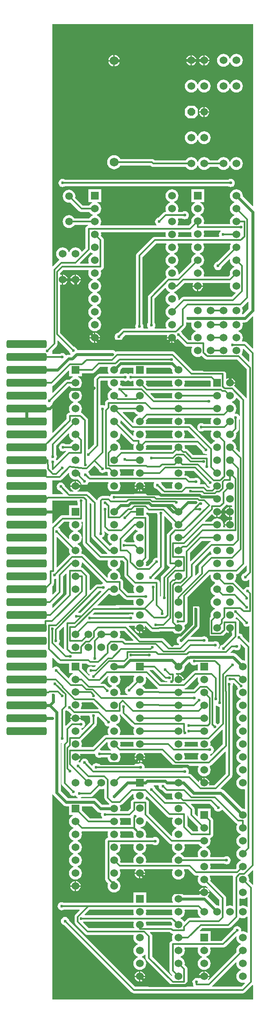
<source format=gbl>
G04 Layer_Physical_Order=2*
G04 Layer_Color=16711680*
%FSLAX44Y44*%
%MOMM*%
G71*
G01*
G75*
G04:AMPARAMS|DCode=10|XSize=1.57mm|YSize=8mm|CornerRadius=0.3925mm|HoleSize=0mm|Usage=FLASHONLY|Rotation=90.000|XOffset=0mm|YOffset=0mm|HoleType=Round|Shape=RoundedRectangle|*
%AMROUNDEDRECTD10*
21,1,1.5700,7.2150,0,0,90.0*
21,1,0.7850,8.0000,0,0,90.0*
1,1,0.7850,3.6075,0.3925*
1,1,0.7850,3.6075,-0.3925*
1,1,0.7850,-3.6075,-0.3925*
1,1,0.7850,-3.6075,0.3925*
%
%ADD10ROUNDEDRECTD10*%
%ADD11C,0.6000*%
%ADD12C,0.3000*%
%ADD13C,1.5240*%
%ADD14R,1.5240X1.5240*%
%ADD15C,1.5000*%
%ADD16P,1.6236X8X202.5*%
%ADD17C,1.7500*%
%ADD18C,0.6000*%
G36*
X143083Y985036D02*
X143889Y983090D01*
X144321Y982527D01*
Y977820D01*
X127080D01*
Y958803D01*
X114301D01*
X112604Y958579D01*
X111023Y957924D01*
X109665Y956882D01*
X95153Y942371D01*
X93980Y942857D01*
Y987093D01*
X142812D01*
X143083Y985036D01*
D02*
G37*
G36*
X177847Y489109D02*
X178780Y488287D01*
X178967Y486862D01*
X179773Y484916D01*
X181056Y483245D01*
X182727Y481963D01*
X184673Y481157D01*
X186761Y480882D01*
X188850Y481157D01*
X190796Y481963D01*
X191359Y482395D01*
X203198D01*
X203605Y479306D01*
X204877Y476236D01*
X206900Y473600D01*
X209536Y471577D01*
X212606Y470305D01*
X212362Y469091D01*
X185192D01*
X184629Y469523D01*
X182683Y470329D01*
X180595Y470604D01*
X178506Y470329D01*
X176560Y469523D01*
X174889Y468240D01*
X173607Y466569D01*
X173459Y466212D01*
X172213Y465964D01*
X165367Y472810D01*
X165275Y473513D01*
X164469Y475459D01*
X163186Y477130D01*
X161515Y478413D01*
X159569Y479219D01*
X157481Y479494D01*
X155392Y479219D01*
X153446Y478413D01*
X151775Y477130D01*
X150493Y475459D01*
X149687Y473513D01*
X149594Y472812D01*
X149469Y472651D01*
X148214Y472058D01*
X146869Y472615D01*
X145669Y472773D01*
X145313Y474101D01*
X146946Y475354D01*
X148575Y477476D01*
X149599Y479948D01*
X149781Y481330D01*
X139700D01*
Y483870D01*
X149781D01*
X149599Y485252D01*
X148575Y487724D01*
X148471Y487860D01*
X149033Y488999D01*
X176023D01*
X177442Y489185D01*
X177847Y489109D01*
D02*
G37*
G36*
X128043Y944635D02*
X127405Y943095D01*
X126971Y939800D01*
X127405Y936506D01*
X128677Y933436D01*
X130700Y930799D01*
X133336Y928777D01*
X135724Y927787D01*
Y926413D01*
X133336Y925424D01*
X130700Y923401D01*
X128677Y920765D01*
X127405Y917695D01*
X126971Y914400D01*
X127214Y912554D01*
X126011Y911961D01*
X110249Y927723D01*
X110157Y928426D01*
X109351Y930372D01*
X108068Y932043D01*
X106426Y933304D01*
X106225Y933481D01*
X106079Y934753D01*
X117016Y945691D01*
X127337D01*
X128043Y944635D01*
D02*
G37*
G36*
X382803Y489130D02*
X382677Y488965D01*
X381405Y485895D01*
X380971Y482600D01*
X381405Y479306D01*
X381493Y479092D01*
X380788Y478036D01*
X355812D01*
X355107Y479092D01*
X355195Y479306D01*
X355629Y482600D01*
X355195Y485895D01*
X353924Y488965D01*
X353797Y489130D01*
X354359Y490269D01*
X382242D01*
X382803Y489130D01*
D02*
G37*
G36*
X436167Y493308D02*
Y449756D01*
X413591Y427181D01*
X403927D01*
X403221Y428237D01*
X403599Y429148D01*
X403781Y430530D01*
X393700D01*
Y431800D01*
X392430D01*
Y441881D01*
X391048Y441699D01*
X388576Y440675D01*
X386454Y439046D01*
X384825Y436924D01*
X383802Y434452D01*
X383754Y434088D01*
X382551Y433680D01*
X368619Y447612D01*
X367261Y448654D01*
X365680Y449309D01*
X363983Y449533D01*
X363409D01*
X362767Y450803D01*
X363395Y452318D01*
X363670Y454407D01*
X363395Y456495D01*
X362589Y458441D01*
X361306Y460112D01*
X359635Y461395D01*
X357689Y462201D01*
X355601Y462476D01*
X353512Y462201D01*
X351566Y461395D01*
X351003Y460963D01*
X277050D01*
X276212Y461918D01*
X276294Y462535D01*
X276019Y464623D01*
X275213Y466569D01*
X273930Y468240D01*
X272259Y469523D01*
X270313Y470329D01*
X268225Y470604D01*
X266136Y470329D01*
X264190Y469523D01*
X263627Y469091D01*
X219438D01*
X219195Y470305D01*
X222265Y471577D01*
X224901Y473600D01*
X226924Y476236D01*
X228195Y479306D01*
X228629Y482600D01*
X228195Y485895D01*
X226924Y488965D01*
X226815Y489107D01*
X227524Y490269D01*
X258177D01*
X258803Y488999D01*
X257825Y487724D01*
X256802Y485252D01*
X256620Y483870D01*
X276781D01*
X276599Y485252D01*
X275575Y487724D01*
X274597Y488999D01*
X275223Y490269D01*
X309347D01*
X332771Y466844D01*
X334129Y465802D01*
X335710Y465147D01*
X337407Y464924D01*
X382284D01*
X382846Y463785D01*
X382677Y463565D01*
X381405Y460495D01*
X380971Y457200D01*
X381405Y453906D01*
X382677Y450836D01*
X384700Y448200D01*
X387336Y446177D01*
X390406Y444905D01*
X393700Y444471D01*
X396995Y444905D01*
X400065Y446177D01*
X402701Y448200D01*
X404724Y450836D01*
X405995Y453906D01*
X406429Y457200D01*
X405995Y460495D01*
X404724Y463565D01*
X404429Y463949D01*
X404915Y465122D01*
X405105Y465147D01*
X406686Y465802D01*
X408044Y466844D01*
X434993Y493794D01*
X436167Y493308D01*
D02*
G37*
G36*
X332003Y1022530D02*
X331877Y1022365D01*
X330605Y1019295D01*
X330171Y1016000D01*
X330605Y1012706D01*
X330693Y1012492D01*
X329988Y1011436D01*
X317621D01*
X309639Y1019418D01*
X309547Y1020121D01*
X308741Y1022067D01*
X308386Y1022530D01*
X308948Y1023669D01*
X331441D01*
X332003Y1022530D01*
D02*
G37*
G36*
X441206Y978305D02*
X444500Y977871D01*
X447795Y978305D01*
X448065Y978417D01*
X449121Y977711D01*
Y975426D01*
X448065Y974721D01*
X447152Y975099D01*
X445770Y975281D01*
Y965200D01*
Y955120D01*
X447152Y955302D01*
X448065Y955679D01*
X449121Y954974D01*
Y950026D01*
X448065Y949321D01*
X447152Y949699D01*
X445770Y949881D01*
Y939800D01*
X444500D01*
Y938530D01*
X434420D01*
X434602Y937148D01*
X434979Y936237D01*
X434273Y935181D01*
X431990D01*
X431284Y936237D01*
X431395Y936506D01*
X431829Y939800D01*
X431395Y943095D01*
X430124Y946165D01*
X428101Y948801D01*
X425465Y950824D01*
X422395Y952095D01*
X419100Y952529D01*
X415806Y952095D01*
X412736Y950824D01*
X410099Y948801D01*
X408224Y946356D01*
X395680D01*
X395194Y947530D01*
X408689Y961025D01*
X409935Y960777D01*
X410225Y960076D01*
X411854Y957954D01*
X413976Y956325D01*
X416448Y955302D01*
X417830Y955120D01*
Y965200D01*
X419100D01*
Y966470D01*
X429181D01*
X428999Y967852D01*
X428439Y969204D01*
X428729Y970699D01*
X430087Y971741D01*
X436437Y978091D01*
X437011Y978839D01*
X438136Y979577D01*
X441206Y978305D01*
D02*
G37*
G36*
X127036Y1041894D02*
X126971Y1041400D01*
X127405Y1038106D01*
X128677Y1035036D01*
X130700Y1032400D01*
X133336Y1030377D01*
X136406Y1029105D01*
X139700Y1028671D01*
X142995Y1029105D01*
X143881Y1029472D01*
X149594Y1023760D01*
X149687Y1023056D01*
X150493Y1021110D01*
X151775Y1019439D01*
X153446Y1018157D01*
X155392Y1017351D01*
X157481Y1017076D01*
X159569Y1017351D01*
X161515Y1018157D01*
X163186Y1019439D01*
X164469Y1021110D01*
X165145Y1022743D01*
X165690Y1023892D01*
X167387Y1023669D01*
X204442D01*
X205003Y1022530D01*
X204877Y1022365D01*
X203605Y1019295D01*
X203171Y1016000D01*
X203605Y1012706D01*
X204877Y1009636D01*
X206900Y1007000D01*
X209536Y1004977D01*
X212606Y1003705D01*
X214381Y1003471D01*
Y1002190D01*
X213812Y1002115D01*
X211866Y1001309D01*
X210195Y1000027D01*
X208913Y998356D01*
X208225Y996696D01*
X207230Y996262D01*
X206797Y996189D01*
X206477Y996322D01*
X204780Y996545D01*
X191874D01*
X190177Y996322D01*
X188596Y995667D01*
X187238Y994625D01*
X184849Y992235D01*
X183807Y990877D01*
X183152Y989296D01*
X183053Y988542D01*
X181712Y988087D01*
X166434Y1003364D01*
X165077Y1004406D01*
X163496Y1005061D01*
X161799Y1005285D01*
X143699D01*
X143446Y1006555D01*
X144824Y1007125D01*
X146946Y1008754D01*
X148575Y1010876D01*
X149599Y1013348D01*
X149781Y1014730D01*
X129620D01*
X129802Y1013348D01*
X130825Y1010876D01*
X132454Y1008754D01*
X134576Y1007125D01*
X135954Y1006555D01*
X135701Y1005285D01*
X129716D01*
X118631Y1016370D01*
X118539Y1017073D01*
X117733Y1019019D01*
X116450Y1020690D01*
X114779Y1021973D01*
X112833Y1022779D01*
X110745Y1023054D01*
X108656Y1022779D01*
X106710Y1021973D01*
X105039Y1020690D01*
X103757Y1019019D01*
X102951Y1017073D01*
X102676Y1014985D01*
X102951Y1012896D01*
X103757Y1010950D01*
X105039Y1009279D01*
X106710Y1007997D01*
X108656Y1007191D01*
X109360Y1007098D01*
X115080Y1001378D01*
X114593Y1000205D01*
X93980D01*
Y1027396D01*
X108122D01*
X109819Y1027620D01*
X111400Y1028275D01*
X112758Y1029316D01*
X125897Y1042456D01*
X127036Y1041894D01*
D02*
G37*
G36*
X127374Y892055D02*
X126971Y889000D01*
X127405Y885706D01*
X128677Y882636D01*
X129417Y881670D01*
X128461Y880937D01*
X103488Y855964D01*
X102315Y856450D01*
Y915455D01*
X103488Y915941D01*
X127374Y892055D01*
D02*
G37*
G36*
X406775Y906574D02*
X406283Y906509D01*
X404702Y905854D01*
X403344Y904812D01*
X366750Y868218D01*
X365577Y868704D01*
Y884879D01*
X388542Y907844D01*
X406692D01*
X406775Y906574D01*
D02*
G37*
G36*
X154227Y945224D02*
Y904241D01*
X154450Y902544D01*
X155105Y900963D01*
X156147Y899605D01*
X184087Y871665D01*
X185445Y870623D01*
X187026Y869968D01*
X188723Y869745D01*
X203643D01*
X204348Y868689D01*
X203605Y866895D01*
X203171Y863600D01*
X203605Y860306D01*
X204877Y857236D01*
X206900Y854600D01*
X209536Y852577D01*
X211924Y851588D01*
Y850213D01*
X209536Y849224D01*
X206900Y847201D01*
X204877Y844565D01*
X203605Y841495D01*
X203171Y838200D01*
X203414Y836355D01*
X202211Y835762D01*
X157037Y880937D01*
X155679Y881978D01*
X154097Y882633D01*
X152401Y882857D01*
X151958D01*
X151253Y883913D01*
X151995Y885706D01*
X152429Y889000D01*
X151995Y892295D01*
X150724Y895365D01*
X148701Y898001D01*
X146065Y900024D01*
X143677Y901013D01*
Y902387D01*
X146065Y903377D01*
X148701Y905399D01*
X150724Y908036D01*
X151995Y911106D01*
X152429Y914400D01*
X151995Y917695D01*
X150724Y920765D01*
X148701Y923401D01*
X146065Y925424D01*
X143677Y926413D01*
Y927787D01*
X146065Y928777D01*
X148701Y930799D01*
X150724Y933436D01*
X151995Y936506D01*
X152429Y939800D01*
X151995Y943095D01*
X151406Y944516D01*
X152029Y945680D01*
X153150Y945943D01*
X154227Y945224D01*
D02*
G37*
G36*
X406546Y887675D02*
X406805Y885706D01*
X408077Y882636D01*
X408201Y882473D01*
X407517Y881279D01*
X406228Y881109D01*
X404647Y880454D01*
X403289Y879413D01*
X384836Y860960D01*
X383794Y859602D01*
X383139Y858021D01*
X382916Y856324D01*
Y846340D01*
X376792Y840216D01*
X375619Y840702D01*
Y858544D01*
X405205Y888130D01*
X406546Y887675D01*
D02*
G37*
G36*
X200657Y924044D02*
X202015Y923002D01*
X203596Y922347D01*
X204408Y922240D01*
X204970Y920886D01*
X204877Y920765D01*
X203605Y917695D01*
X203171Y914400D01*
X203605Y911106D01*
X204877Y908036D01*
X206900Y905399D01*
X209536Y903377D01*
X211924Y902387D01*
Y901013D01*
X209536Y900024D01*
X207107Y898160D01*
X191960Y913307D01*
X192287Y914776D01*
X193519Y915287D01*
X195190Y916569D01*
X196473Y918240D01*
X197279Y920186D01*
X197554Y922275D01*
X197279Y924363D01*
X196473Y926309D01*
X196519Y926386D01*
X198123Y926579D01*
X200657Y924044D01*
D02*
G37*
G36*
X257700Y930799D02*
X260336Y928777D01*
X262724Y927787D01*
Y926413D01*
X260336Y925424D01*
X257700Y923401D01*
X255677Y920765D01*
X254405Y917695D01*
X253971Y914400D01*
X254405Y911106D01*
X255677Y908036D01*
X256481Y906987D01*
X255855Y905717D01*
X240044D01*
X239482Y906149D01*
X237535Y906955D01*
X235447Y907230D01*
X235411Y907262D01*
Y909046D01*
X257197Y930832D01*
X257700Y930799D01*
D02*
G37*
G36*
X281146Y964095D02*
X282727Y963440D01*
X284424Y963217D01*
X300246D01*
X300288Y963169D01*
X300563Y961080D01*
X301369Y959134D01*
X301801Y958571D01*
Y875694D01*
X300846Y874857D01*
X299975Y874972D01*
X297886Y874697D01*
X295940Y873891D01*
X294269Y872608D01*
X292987Y870937D01*
X292181Y868991D01*
X292088Y868288D01*
X282781Y858981D01*
X279590D01*
X278884Y860037D01*
X278995Y860306D01*
X279429Y863600D01*
X279027Y866655D01*
X282512Y870141D01*
X283554Y871499D01*
X284209Y873080D01*
X284433Y874777D01*
Y953771D01*
X284209Y955468D01*
X283554Y957049D01*
X282512Y958407D01*
X281155Y959448D01*
X279573Y960103D01*
X279320Y960137D01*
Y963895D01*
X280590Y964522D01*
X281146Y964095D01*
D02*
G37*
G36*
X170991Y980265D02*
Y918449D01*
X171214Y916752D01*
X171869Y915171D01*
X172911Y913813D01*
X202360Y884364D01*
X202669Y884127D01*
X202238Y882857D01*
X191438D01*
X167339Y906956D01*
Y982258D01*
X168512Y982744D01*
X170991Y980265D01*
D02*
G37*
G36*
X204365Y1249729D02*
X203605Y1247895D01*
X203171Y1244600D01*
X203605Y1241306D01*
X204877Y1238236D01*
X205002Y1238072D01*
X204441Y1236933D01*
X187199D01*
X185502Y1236709D01*
X183921Y1236054D01*
X182563Y1235013D01*
X177991Y1230441D01*
X176949Y1229083D01*
X176294Y1227502D01*
X176071Y1225805D01*
Y1098472D01*
X165718Y1088120D01*
X164545Y1088606D01*
Y1145541D01*
X164321Y1147237D01*
X163666Y1148819D01*
X162624Y1150176D01*
X153989Y1158812D01*
X152631Y1159854D01*
X151128Y1160477D01*
X150934Y1160613D01*
X150538Y1161794D01*
X150724Y1162036D01*
X151995Y1165106D01*
X152429Y1168400D01*
X151995Y1171695D01*
X150724Y1174765D01*
X148701Y1177401D01*
X146065Y1179424D01*
X143677Y1180413D01*
Y1181787D01*
X146065Y1182777D01*
X148701Y1184799D01*
X150724Y1187436D01*
X151995Y1190506D01*
X152429Y1193800D01*
X151995Y1197095D01*
X150724Y1200165D01*
X148701Y1202801D01*
X146065Y1204824D01*
X143677Y1205813D01*
Y1207188D01*
X146065Y1208177D01*
X148701Y1210200D01*
X150724Y1212836D01*
X151995Y1215906D01*
X152429Y1219200D01*
X151995Y1222495D01*
X150724Y1225565D01*
X148701Y1228201D01*
X146065Y1230224D01*
X144890Y1230710D01*
X145143Y1231980D01*
X152320D01*
Y1238044D01*
X172466D01*
X174163Y1238268D01*
X175744Y1238922D01*
X177102Y1239964D01*
X188136Y1250999D01*
X203516D01*
X204365Y1249729D01*
D02*
G37*
G36*
X127214Y1119447D02*
X126971Y1117600D01*
X127405Y1114306D01*
X128677Y1111236D01*
X130700Y1108599D01*
X133336Y1106577D01*
X135724Y1105587D01*
Y1104213D01*
X133336Y1103224D01*
X130700Y1101201D01*
X128824Y1098756D01*
X119661D01*
X119097Y1099189D01*
X117151Y1099995D01*
X115063Y1100270D01*
X112974Y1099995D01*
X111028Y1099189D01*
X109357Y1097906D01*
X108075Y1096235D01*
X107269Y1094289D01*
X106994Y1092201D01*
X107269Y1090112D01*
X108075Y1088166D01*
X109357Y1086495D01*
X111028Y1085213D01*
X112974Y1084407D01*
X115063Y1084132D01*
X117151Y1084407D01*
X119097Y1085213D01*
X119516Y1085534D01*
X120343Y1085396D01*
X120813Y1084109D01*
X103453Y1066748D01*
X102207Y1066996D01*
X101985Y1067533D01*
X101085Y1068706D01*
X101985Y1069878D01*
X102791Y1071824D01*
X103066Y1073913D01*
X102791Y1076001D01*
X101985Y1077947D01*
X101553Y1078510D01*
Y1095581D01*
X126011Y1120040D01*
X127214Y1119447D01*
D02*
G37*
G36*
X249211Y1100418D02*
X250568Y1099376D01*
X252150Y1098721D01*
X253847Y1098498D01*
X254506Y1098498D01*
X255212Y1097442D01*
X254405Y1095495D01*
X253971Y1092200D01*
X254405Y1088906D01*
X254516Y1088637D01*
X253811Y1087581D01*
X230125D01*
X228958Y1087427D01*
X228083Y1088402D01*
X228040Y1088531D01*
X228195Y1088906D01*
X228629Y1092200D01*
X228195Y1095495D01*
X226924Y1098565D01*
X224901Y1101201D01*
X222265Y1103224D01*
X219876Y1104213D01*
Y1105587D01*
X222265Y1106577D01*
X224901Y1108599D01*
X226924Y1111236D01*
X228195Y1114306D01*
X228629Y1117600D01*
X228386Y1119447D01*
X229589Y1120040D01*
X249211Y1100418D01*
D02*
G37*
G36*
X330717Y1095765D02*
X330605Y1095495D01*
X330171Y1092200D01*
X330574Y1089145D01*
X329009Y1087581D01*
X279590D01*
X278884Y1088637D01*
X278995Y1088906D01*
X279429Y1092200D01*
X279027Y1095255D01*
X280592Y1096821D01*
X330011D01*
X330717Y1095765D01*
D02*
G37*
G36*
X247840Y1127189D02*
X249198Y1126147D01*
X250779Y1125492D01*
X252476Y1125269D01*
X255242D01*
X255803Y1124130D01*
X255677Y1123965D01*
X254405Y1120895D01*
X253971Y1117600D01*
X254214Y1115754D01*
X253011Y1115161D01*
X228227Y1139945D01*
X228629Y1143000D01*
X228386Y1144847D01*
X229589Y1145440D01*
X247840Y1127189D01*
D02*
G37*
G36*
X130700Y1210200D02*
X133336Y1208177D01*
X135724Y1207188D01*
Y1205813D01*
X133336Y1204824D01*
X130700Y1202801D01*
X128677Y1200165D01*
X127405Y1197095D01*
X126971Y1193800D01*
X127405Y1190506D01*
X128677Y1187436D01*
X130700Y1184799D01*
X133336Y1182777D01*
X135724Y1181787D01*
Y1180413D01*
X133336Y1179424D01*
X130700Y1177401D01*
X128677Y1174765D01*
X127405Y1171695D01*
X126971Y1168400D01*
X127405Y1165106D01*
X128677Y1162036D01*
X128801Y1161873D01*
X128117Y1160679D01*
X126828Y1160509D01*
X125247Y1159854D01*
X123889Y1158812D01*
X122847Y1157455D01*
X122192Y1155873D01*
X121969Y1154177D01*
Y1148002D01*
X95153Y1121187D01*
X93980Y1121673D01*
Y1178112D01*
X95127Y1179606D01*
X95933Y1181552D01*
X96025Y1182256D01*
X126414Y1212644D01*
X128824D01*
X130700Y1210200D01*
D02*
G37*
G36*
X332003Y1124130D02*
X331877Y1123965D01*
X330605Y1120895D01*
X330171Y1117600D01*
X330605Y1114306D01*
X331877Y1111236D01*
X332002Y1111072D01*
X331441Y1109933D01*
X278325D01*
X277615Y1111095D01*
X277724Y1111236D01*
X278995Y1114306D01*
X279429Y1117600D01*
X278995Y1120895D01*
X277724Y1123965D01*
X277597Y1124130D01*
X278159Y1125269D01*
X331441D01*
X332003Y1124130D01*
D02*
G37*
G36*
X375632Y1111106D02*
X375146Y1109933D01*
X354360D01*
X353798Y1111072D01*
X353924Y1111236D01*
X355195Y1114306D01*
X355629Y1117600D01*
X355195Y1120895D01*
X353924Y1123965D01*
X353797Y1124130D01*
X354359Y1125269D01*
X361470D01*
X375632Y1111106D01*
D02*
G37*
G36*
X112258Y509409D02*
X112191Y509248D01*
X111968Y507552D01*
Y431387D01*
X112191Y429690D01*
X112846Y428109D01*
X113888Y426751D01*
X128004Y412636D01*
X128097Y411932D01*
X128903Y409986D01*
X130185Y408315D01*
X131856Y407033D01*
X133802Y406227D01*
X135891Y405952D01*
X137979Y406227D01*
X139925Y407033D01*
X140103Y406985D01*
X140333Y406430D01*
X141615Y404759D01*
X143286Y403477D01*
X144341Y403040D01*
X144088Y401770D01*
X124755D01*
X110686Y415839D01*
Y509776D01*
X111677Y510553D01*
X112258Y509409D01*
D02*
G37*
G36*
X295119Y1022530D02*
X294765Y1022067D01*
X293959Y1020121D01*
X293684Y1018033D01*
X293959Y1015944D01*
X294765Y1013998D01*
X296047Y1012327D01*
X297718Y1011045D01*
X299664Y1010239D01*
X300368Y1010146D01*
X310269Y1000244D01*
X311627Y999202D01*
X312940Y998658D01*
X312688Y997388D01*
X302026D01*
X300457Y998957D01*
X299099Y999999D01*
X297518Y1000654D01*
X295821Y1000877D01*
X220498D01*
X219935Y1001309D01*
X217989Y1002115D01*
X217419Y1002190D01*
Y1003471D01*
X219195Y1003705D01*
X222265Y1004977D01*
X224901Y1007000D01*
X226924Y1009636D01*
X228195Y1012706D01*
X228629Y1016000D01*
X228195Y1019295D01*
X226924Y1022365D01*
X226797Y1022530D01*
X227359Y1023669D01*
X258177D01*
X258803Y1022399D01*
X257825Y1021124D01*
X256802Y1018652D01*
X256620Y1017270D01*
X276781D01*
X276599Y1018652D01*
X275575Y1021124D01*
X274597Y1022399D01*
X275223Y1023669D01*
X294558D01*
X295119Y1022530D01*
D02*
G37*
G36*
X398006Y1021220D02*
X398099Y1020516D01*
X398905Y1018570D01*
X400187Y1016899D01*
X401858Y1015617D01*
X403804Y1014811D01*
X405275Y1014617D01*
X405370Y1014405D01*
X404572Y1013186D01*
X401740D01*
X397410Y1017516D01*
X396052Y1018558D01*
X394471Y1019213D01*
X392774Y1019436D01*
X385565D01*
X385396Y1019780D01*
X385067Y1020706D01*
X385830Y1022548D01*
X386105Y1024637D01*
X385830Y1026725D01*
X385024Y1028671D01*
X383742Y1030342D01*
X382071Y1031625D01*
X380125Y1032431D01*
X378036Y1032706D01*
X375948Y1032431D01*
X374002Y1031625D01*
X373439Y1031193D01*
X365682D01*
X362015Y1034861D01*
X360657Y1035902D01*
X359076Y1036557D01*
X357379Y1036781D01*
X355789D01*
X355084Y1037837D01*
X355195Y1038106D01*
X355629Y1041400D01*
X355195Y1044695D01*
X354978Y1045219D01*
X355684Y1046275D01*
X372951D01*
X398006Y1021220D01*
D02*
G37*
G36*
X196899Y419416D02*
Y402591D01*
X197122Y400894D01*
X197777Y399313D01*
X198819Y397955D01*
X206611Y390163D01*
X205908Y389069D01*
X192065D01*
X181728Y399406D01*
X180057Y400689D01*
X178111Y401495D01*
X176023Y401770D01*
X150553D01*
X150300Y403040D01*
X151355Y403477D01*
X151918Y403909D01*
X169165D01*
X170861Y404132D01*
X172443Y404787D01*
X173801Y405829D01*
X187445Y419473D01*
X190500Y419071D01*
X193795Y419505D01*
X195629Y420265D01*
X196899Y419416D01*
D02*
G37*
G36*
X389116Y1085736D02*
X389209Y1085032D01*
X390015Y1083086D01*
X391297Y1081415D01*
X392968Y1080133D01*
X394914Y1079327D01*
X397003Y1079052D01*
X398425Y1079239D01*
X399601Y1078387D01*
X399612Y1078367D01*
X399607Y1078354D01*
X398557Y1077368D01*
X372053D01*
X361865Y1087556D01*
X360507Y1088598D01*
X358926Y1089253D01*
X357229Y1089477D01*
X356233D01*
X355396Y1090431D01*
X355629Y1092200D01*
X355195Y1095495D01*
X355083Y1095765D01*
X355789Y1096821D01*
X378031D01*
X389116Y1085736D01*
D02*
G37*
G36*
X464361Y1147616D02*
Y1083271D01*
X463187Y1082785D01*
X456827Y1089145D01*
X457229Y1092200D01*
X456795Y1095495D01*
X455524Y1098565D01*
X453501Y1101201D01*
X450865Y1103224D01*
X448476Y1104213D01*
Y1105587D01*
X450865Y1106577D01*
X453501Y1108599D01*
X455524Y1111236D01*
X456795Y1114306D01*
X457229Y1117600D01*
X456827Y1120655D01*
X460312Y1124141D01*
X461354Y1125499D01*
X462009Y1127080D01*
X462233Y1128777D01*
Y1146277D01*
X462665Y1146840D01*
X463091Y1147868D01*
X464361Y1147616D01*
D02*
G37*
G36*
X185154Y1048652D02*
X185247Y1047948D01*
X186053Y1046002D01*
X187335Y1044331D01*
X189006Y1043049D01*
X190952Y1042243D01*
X193041Y1041968D01*
X195129Y1042243D01*
X197075Y1043049D01*
X198497Y1044140D01*
X199645Y1043989D01*
X202549D01*
X203386Y1043034D01*
X203171Y1041400D01*
X203605Y1038106D01*
X203716Y1037837D01*
X203011Y1036781D01*
X170102D01*
X166891Y1039992D01*
X166799Y1040695D01*
X165993Y1042641D01*
X165165Y1043720D01*
X165009Y1044751D01*
X165426Y1045364D01*
X166327Y1046056D01*
X177039Y1056767D01*
X185154Y1048652D01*
D02*
G37*
G36*
X255846Y1047985D02*
X255677Y1047765D01*
X254405Y1044695D01*
X253971Y1041400D01*
X254405Y1038106D01*
X254516Y1037837D01*
X253811Y1036781D01*
X228790D01*
X228084Y1037837D01*
X228195Y1038106D01*
X228629Y1041400D01*
X228195Y1044695D01*
X226924Y1047765D01*
X226755Y1047985D01*
X227316Y1049124D01*
X255284D01*
X255846Y1047985D01*
D02*
G37*
G36*
X312865Y634175D02*
X314223Y633133D01*
X315804Y632478D01*
X317501Y632255D01*
X320523D01*
X320961Y631918D01*
X321040Y631651D01*
X320800Y631148D01*
X319896Y630381D01*
X308278D01*
X285988Y652671D01*
X286474Y653844D01*
X293196D01*
X312865Y634175D01*
D02*
G37*
G36*
X196838Y549715D02*
X196931Y549011D01*
X197737Y547065D01*
X199019Y545394D01*
X200690Y544112D01*
X202636Y543306D01*
X204725Y543031D01*
X205916Y543188D01*
X206588Y541995D01*
X204877Y539765D01*
X203605Y536695D01*
X203171Y533400D01*
X203605Y530106D01*
X204877Y527036D01*
X205002Y526872D01*
X204441Y525733D01*
X199645D01*
X197948Y525509D01*
X196367Y524854D01*
X195009Y523812D01*
X173307Y502111D01*
X152063D01*
X151358Y503167D01*
X151995Y504706D01*
X152429Y508000D01*
X151995Y511295D01*
X150724Y514365D01*
X150388Y514802D01*
X151702Y515811D01*
X179897Y544005D01*
X180938Y545363D01*
X181593Y546944D01*
X181817Y548641D01*
Y559537D01*
X182249Y560100D01*
X182954Y561803D01*
X184228Y562325D01*
X196838Y549715D01*
D02*
G37*
G36*
X300927Y619189D02*
X302181Y618226D01*
X302183Y618084D01*
X301335Y616956D01*
X277577D01*
X275701Y619401D01*
X273065Y621424D01*
X271642Y622013D01*
Y623387D01*
X273065Y623977D01*
X275701Y625999D01*
X277724Y628636D01*
X278995Y631706D01*
X279429Y635000D01*
X278995Y638295D01*
X278267Y640052D01*
X279344Y640772D01*
X300927Y619189D01*
D02*
G37*
G36*
X204692Y640918D02*
X203605Y638295D01*
X203171Y635000D01*
X203605Y631706D01*
X204877Y628636D01*
X206900Y625999D01*
X209536Y623977D01*
X211924Y622988D01*
Y621613D01*
X209536Y620624D01*
X207527Y619082D01*
X206473Y619891D01*
X204527Y620697D01*
X203824Y620789D01*
X199525Y625088D01*
X198167Y626130D01*
X196586Y626785D01*
X194889Y627008D01*
X189433D01*
X189181Y628278D01*
X190477Y628815D01*
X191835Y629857D01*
X203615Y641637D01*
X204692Y640918D01*
D02*
G37*
G36*
X163767Y664909D02*
X165125Y663867D01*
X166706Y663212D01*
X168403Y662989D01*
X179150D01*
X179636Y661815D01*
X177412Y659591D01*
X174778D01*
X174215Y660023D01*
X172269Y660829D01*
X170181Y661104D01*
X168092Y660829D01*
X166146Y660023D01*
X164475Y658740D01*
X163193Y657069D01*
X162387Y655123D01*
X162112Y653035D01*
X162387Y650946D01*
X163193Y649000D01*
X164475Y647329D01*
X166146Y646047D01*
X167188Y645615D01*
X168086Y645214D01*
X167822Y644042D01*
X167618Y643550D01*
X166293Y643079D01*
X152320Y657052D01*
Y666545D01*
X162131D01*
X163767Y664909D01*
D02*
G37*
G36*
X474521Y696547D02*
Y673289D01*
X473465Y672583D01*
X473195Y672695D01*
X469900Y673129D01*
X468736Y672976D01*
X456502Y685209D01*
X454831Y686491D01*
X452885Y687298D01*
X450797Y687572D01*
X445519D01*
X445033Y688746D01*
X450264Y693977D01*
X453365D01*
X453928Y693545D01*
X455874Y692739D01*
X457963Y692464D01*
X460051Y692739D01*
X461997Y693545D01*
X463668Y694827D01*
X464951Y696498D01*
X465757Y698444D01*
X466032Y700533D01*
X465757Y702621D01*
X465125Y704147D01*
X466201Y704866D01*
X474521Y696547D01*
D02*
G37*
G36*
X105093Y668465D02*
X106451Y667423D01*
X108032Y666768D01*
X109729Y666545D01*
X127080D01*
Y647780D01*
X134257D01*
X134510Y646510D01*
X133336Y646024D01*
X130700Y644001D01*
X128677Y641365D01*
X127405Y638295D01*
X127357Y637931D01*
X126154Y637523D01*
X109233Y654444D01*
X109141Y655147D01*
X108335Y657094D01*
X107052Y658765D01*
X105381Y660047D01*
X103435Y660853D01*
X101347Y661128D01*
X99258Y660853D01*
X97312Y660047D01*
X95641Y658765D01*
X95250Y658255D01*
X93980Y658686D01*
Y677918D01*
X95153Y678404D01*
X105093Y668465D01*
D02*
G37*
G36*
X366088Y669281D02*
X366095Y669234D01*
X366901Y667288D01*
X368183Y665617D01*
X369854Y664335D01*
X371800Y663529D01*
X373889Y663254D01*
X375977Y663529D01*
X377923Y664335D01*
X378744Y664964D01*
X381080D01*
Y652733D01*
X376372D01*
X374675Y652509D01*
X373094Y651854D01*
X371736Y650813D01*
X354202Y633278D01*
X353285Y633730D01*
X342900D01*
Y635000D01*
X341630D01*
Y645081D01*
X340248Y644899D01*
X339233Y644478D01*
X338309Y645096D01*
X338164Y645410D01*
X337954Y647008D01*
X337750Y647499D01*
X338722Y648471D01*
X339606Y648105D01*
X342900Y647671D01*
X346195Y648105D01*
X349265Y649377D01*
X351901Y651400D01*
X353924Y654036D01*
X355195Y657106D01*
X355629Y660400D01*
X355476Y661564D01*
X363863Y669952D01*
X364302D01*
X365081Y670054D01*
X366088Y669281D01*
D02*
G37*
G36*
X228765Y566191D02*
X229807Y564833D01*
X251651Y542989D01*
X253009Y541947D01*
X254590Y541292D01*
X255187Y541213D01*
X255749Y539859D01*
X255677Y539765D01*
X254405Y536695D01*
X253971Y533400D01*
X254405Y530106D01*
X255677Y527036D01*
X255802Y526872D01*
X255241Y525733D01*
X227360D01*
X226798Y526872D01*
X226924Y527036D01*
X228195Y530106D01*
X228629Y533400D01*
X228195Y536695D01*
X226924Y539765D01*
X224901Y542401D01*
X222265Y544424D01*
X219876Y545413D01*
Y546787D01*
X222265Y547777D01*
X224901Y549799D01*
X226924Y552436D01*
X228195Y555506D01*
X228629Y558800D01*
X228195Y562095D01*
X226924Y565165D01*
X226759Y565379D01*
X227370Y566458D01*
X228617Y566547D01*
X228765Y566191D01*
D02*
G37*
G36*
X122181Y574601D02*
X122311Y574431D01*
X123982Y573149D01*
X125928Y572343D01*
X126632Y572250D01*
X132477Y566404D01*
X132454Y566046D01*
X130825Y563924D01*
X129802Y561452D01*
X129620Y560070D01*
X149781D01*
X149599Y561452D01*
X149023Y562842D01*
X149872Y564112D01*
X167195D01*
X167467Y562046D01*
X168273Y560100D01*
X168705Y559537D01*
Y551356D01*
X153249Y535900D01*
X152046Y536309D01*
X151995Y536695D01*
X151313Y538343D01*
X151948Y539443D01*
X152965Y539577D01*
X154911Y540383D01*
X156582Y541665D01*
X157865Y543336D01*
X158671Y545282D01*
X158946Y547371D01*
X158671Y549459D01*
X157865Y551405D01*
X156582Y553076D01*
X154911Y554359D01*
X152965Y555165D01*
X150877Y555440D01*
X150517Y555392D01*
X149653Y556559D01*
X149781Y557530D01*
X129620D01*
X129802Y556148D01*
X130451Y554580D01*
X130073Y553048D01*
X128715Y552006D01*
X121014Y544306D01*
X119841Y544792D01*
Y573611D01*
X120913Y574684D01*
X122181Y574601D01*
D02*
G37*
G36*
X254517Y511565D02*
X254405Y511295D01*
X253971Y508000D01*
X254405Y504706D01*
X254516Y504437D01*
X253811Y503381D01*
X229791D01*
X228227Y504945D01*
X228629Y508000D01*
X228195Y511295D01*
X228083Y511565D01*
X228789Y512621D01*
X253811D01*
X254517Y511565D01*
D02*
G37*
G36*
X381517D02*
X381405Y511295D01*
X380971Y508000D01*
X381405Y504706D01*
X381516Y504437D01*
X380811Y503381D01*
X355789D01*
X355084Y504437D01*
X355195Y504706D01*
X355629Y508000D01*
X355195Y511295D01*
X355083Y511565D01*
X355789Y512621D01*
X380811D01*
X381517Y511565D01*
D02*
G37*
G36*
X255803Y641530D02*
X255677Y641365D01*
X254405Y638295D01*
X253971Y635000D01*
X254373Y631945D01*
X243979Y621551D01*
X243276Y621458D01*
X241330Y620652D01*
X239659Y619370D01*
X238376Y617699D01*
X237570Y615753D01*
X237295Y613664D01*
X237570Y611576D01*
X238376Y609630D01*
X239659Y607958D01*
X241330Y606676D01*
X242223Y606306D01*
X241970Y605036D01*
X228812D01*
X228107Y606092D01*
X228195Y606306D01*
X228629Y609600D01*
X228195Y612895D01*
X226924Y615965D01*
X224901Y618601D01*
X222265Y620624D01*
X219876Y621613D01*
Y622988D01*
X222265Y623977D01*
X224901Y625999D01*
X226924Y628636D01*
X228195Y631706D01*
X228629Y635000D01*
X228195Y638295D01*
X226924Y641365D01*
X226797Y641530D01*
X227359Y642669D01*
X255242D01*
X255803Y641530D01*
D02*
G37*
G36*
X381517Y638565D02*
X381405Y638295D01*
X380971Y635000D01*
X381405Y631706D01*
X382677Y628636D01*
X383218Y627930D01*
X382973Y626454D01*
X381615Y625412D01*
X372359Y616156D01*
X355301D01*
X355218Y617426D01*
X355717Y617492D01*
X357298Y618147D01*
X358656Y619189D01*
X379088Y639621D01*
X380811D01*
X381517Y638565D01*
D02*
G37*
G36*
X418221Y583829D02*
X419892Y582547D01*
X421838Y581741D01*
X423927Y581466D01*
X424562Y580908D01*
Y550674D01*
X421306Y547418D01*
X420234Y547488D01*
X418563Y548771D01*
X416617Y549577D01*
X416513Y549590D01*
Y583969D01*
X417783Y584400D01*
X418221Y583829D01*
D02*
G37*
G36*
X185094Y578494D02*
X184568Y577224D01*
X150769D01*
X150208Y578363D01*
X150724Y579036D01*
X151995Y582106D01*
X152429Y585400D01*
X151995Y588694D01*
X151854Y589035D01*
X152560Y590091D01*
X173498D01*
X185094Y578494D01*
D02*
G37*
G36*
X330574Y942855D02*
X330171Y939800D01*
X330605Y936506D01*
X331877Y933436D01*
X331975Y933307D01*
X331915Y933260D01*
X322009Y923354D01*
X320967Y921997D01*
X320312Y920415D01*
X320089Y918719D01*
Y863600D01*
X320312Y861903D01*
X320967Y860322D01*
X322009Y858964D01*
X323367Y857922D01*
X324948Y857268D01*
X325435Y857203D01*
X325891Y855862D01*
X310325Y840296D01*
X309283Y838939D01*
X308628Y837357D01*
X308405Y835661D01*
Y800634D01*
X307973Y800071D01*
X307547Y799043D01*
X306277Y799296D01*
Y825755D01*
X306053Y827451D01*
X305398Y829033D01*
X304356Y830390D01*
X302999Y831432D01*
X301418Y832087D01*
X299721Y832311D01*
X295987D01*
X295281Y833367D01*
X295577Y834080D01*
X295669Y834784D01*
X312992Y852107D01*
X314034Y853465D01*
X314689Y855046D01*
X314913Y856743D01*
Y956857D01*
X316086Y957343D01*
X330574Y942855D01*
D02*
G37*
G36*
X236665Y794195D02*
X238023Y793153D01*
X239604Y792498D01*
X241301Y792275D01*
X253916D01*
X254622Y791219D01*
X254405Y790695D01*
X253971Y787400D01*
X254405Y784106D01*
X255039Y782576D01*
X254338Y781517D01*
X183691Y780833D01*
X183200Y782004D01*
X205392Y804196D01*
X206659Y804113D01*
X206900Y803800D01*
X209536Y801777D01*
X212606Y800505D01*
X215900Y800071D01*
X219195Y800505D01*
X222265Y801777D01*
X224901Y803800D01*
X225252Y804257D01*
X226519Y804340D01*
X236665Y794195D01*
D02*
G37*
G36*
X190516Y809211D02*
X190597Y807945D01*
X149169Y766517D01*
X146068D01*
X145505Y766948D01*
X145130Y767104D01*
X144882Y768350D01*
X186000Y809467D01*
X190323D01*
X190516Y809211D01*
D02*
G37*
G36*
X121969Y843733D02*
Y803578D01*
X95153Y776763D01*
X93980Y777249D01*
Y783208D01*
X113223Y802450D01*
X114264Y803808D01*
X114919Y805389D01*
X115143Y807086D01*
Y838566D01*
X120795Y844219D01*
X121969Y843733D01*
D02*
G37*
G36*
X194178Y825252D02*
X193723Y823911D01*
X193009Y823817D01*
X191063Y823011D01*
X190500Y822579D01*
X183284D01*
X181587Y822356D01*
X180006Y821701D01*
X178648Y820659D01*
X169020Y811031D01*
X167847Y811517D01*
Y838963D01*
X167623Y840659D01*
X166968Y842241D01*
X165926Y843598D01*
X155513Y854013D01*
X154155Y855054D01*
X152573Y855709D01*
X151284Y855879D01*
X150599Y857073D01*
X150724Y857236D01*
X151995Y860306D01*
X152429Y863600D01*
X152186Y865448D01*
X153389Y866041D01*
X194178Y825252D01*
D02*
G37*
G36*
X477902Y859654D02*
Y849124D01*
X473596Y844817D01*
X472892Y844725D01*
X470946Y843919D01*
X469275Y842636D01*
X467993Y840965D01*
X467187Y839019D01*
X466912Y836931D01*
X467187Y834842D01*
X467993Y832896D01*
X469275Y831225D01*
X470946Y829943D01*
X472892Y829137D01*
X474981Y828862D01*
X477069Y829137D01*
X479015Y829943D01*
X480686Y831225D01*
X481633Y832458D01*
X482903Y832027D01*
Y817702D01*
X482023Y817114D01*
X481632Y817054D01*
X479656Y817314D01*
X477568Y817039D01*
X475622Y816233D01*
X473951Y814950D01*
X472668Y813279D01*
X472416Y812669D01*
X471170Y812421D01*
X454978Y828613D01*
X453765Y829544D01*
X455524Y831836D01*
X456795Y834906D01*
X457229Y838200D01*
X456795Y841495D01*
X456693Y841742D01*
X457599Y842873D01*
X458898Y843044D01*
X460479Y843699D01*
X461837Y844741D01*
X475552Y858457D01*
X476594Y859815D01*
X476632Y859906D01*
X477902Y859654D01*
D02*
G37*
G36*
X102031Y833098D02*
Y809802D01*
X95153Y802924D01*
X93980Y803410D01*
Y818768D01*
X95222Y820010D01*
X96264Y821367D01*
X96919Y822949D01*
X97142Y824645D01*
X97142Y832388D01*
X98045Y833180D01*
X100133Y833455D01*
X100975Y833803D01*
X102031Y833098D01*
D02*
G37*
G36*
X236015Y866219D02*
Y840741D01*
X236238Y839044D01*
X236893Y837463D01*
X237935Y836105D01*
X252921Y821119D01*
X254279Y820077D01*
X254664Y819918D01*
X254761Y819845D01*
X255433Y818576D01*
X254405Y816095D01*
X253971Y812800D01*
X254405Y809506D01*
X255585Y806657D01*
X255066Y805387D01*
X244016D01*
X233633Y815770D01*
Y827025D01*
X233409Y828721D01*
X232754Y830303D01*
X231712Y831661D01*
X230355Y832702D01*
X228773Y833357D01*
X228651Y833373D01*
X228016Y834473D01*
X228195Y834906D01*
X228629Y838200D01*
X228195Y841495D01*
X226924Y844565D01*
X224901Y847201D01*
X222265Y849224D01*
X219876Y850213D01*
Y851588D01*
X222265Y852577D01*
X224901Y854600D01*
X226924Y857236D01*
X228195Y860306D01*
X228629Y863600D01*
X228195Y866895D01*
X227452Y868689D01*
X228158Y869745D01*
X232489D01*
X236015Y866219D01*
D02*
G37*
G36*
X257285Y740419D02*
X256802Y739252D01*
X256620Y737870D01*
X276781D01*
X276599Y739252D01*
X276116Y740419D01*
X276180Y740515D01*
X277259Y741108D01*
X286806Y731561D01*
X288164Y730519D01*
X289745Y729864D01*
X291442Y729640D01*
X304443D01*
X306140Y729864D01*
X306576Y730044D01*
X332024D01*
X333899Y727599D01*
X336536Y725577D01*
X339606Y724305D01*
X342900Y723871D01*
X346195Y724305D01*
X346817Y724563D01*
X347537Y723486D01*
X342021Y717971D01*
X340739Y716299D01*
X339933Y714353D01*
X339658Y712265D01*
X339933Y710176D01*
X340739Y708230D01*
X342021Y706559D01*
X343692Y705277D01*
X343842Y705215D01*
X344113Y703968D01*
X343369Y703128D01*
X326416D01*
X314774Y714771D01*
X313416Y715813D01*
X311835Y716468D01*
X310138Y716691D01*
X268704D01*
X245094Y740301D01*
X245580Y741475D01*
X256579D01*
X257285Y740419D01*
D02*
G37*
G36*
X469634Y745884D02*
X469727Y745180D01*
X470533Y743234D01*
X471815Y741563D01*
X473486Y740281D01*
X475432Y739475D01*
X477521Y739200D01*
X479609Y739475D01*
X481555Y740281D01*
X481763Y740441D01*
X482903Y739879D01*
Y708368D01*
X481729Y707882D01*
X470167Y719444D01*
X470075Y720147D01*
X469269Y722093D01*
X467986Y723764D01*
X466315Y725047D01*
X464369Y725853D01*
X462281Y726128D01*
X462233Y726170D01*
Y747777D01*
X462009Y749473D01*
X461354Y751055D01*
X460312Y752412D01*
X458955Y753454D01*
X457374Y754109D01*
X456083Y754279D01*
X455399Y755473D01*
X455524Y755636D01*
X456274Y757448D01*
X457772Y757745D01*
X469634Y745884D01*
D02*
G37*
G36*
X116968Y738776D02*
Y695725D01*
X115698Y695199D01*
X106474Y704423D01*
X106544Y705495D01*
X107827Y707166D01*
X108633Y709112D01*
X108908Y711200D01*
X108633Y713289D01*
X107827Y715235D01*
X107395Y715798D01*
Y730862D01*
X115795Y739262D01*
X116968Y738776D01*
D02*
G37*
G36*
X405684Y842107D02*
X405856Y842013D01*
X406710Y840771D01*
X406371Y838200D01*
X406805Y834906D01*
X408077Y831836D01*
X410099Y829200D01*
X412736Y827177D01*
X415124Y826188D01*
Y824813D01*
X412736Y823824D01*
X410099Y821801D01*
X408077Y819165D01*
X406805Y816095D01*
X406371Y812800D01*
X406805Y809506D01*
X408077Y806436D01*
X410099Y803800D01*
X412736Y801777D01*
X415124Y800788D01*
Y799413D01*
X412736Y798424D01*
X410099Y796401D01*
X408077Y793765D01*
X406805Y790695D01*
X406371Y787400D01*
X406805Y784106D01*
X408077Y781036D01*
X410099Y778400D01*
X412736Y776377D01*
X415124Y775387D01*
Y774013D01*
X412736Y773024D01*
X410099Y771001D01*
X408077Y768365D01*
X406805Y765295D01*
X406371Y762000D01*
X406773Y758945D01*
X403289Y755461D01*
X402247Y754103D01*
X401592Y752522D01*
X401369Y750825D01*
Y725425D01*
X401592Y723728D01*
X402247Y722147D01*
X403289Y720789D01*
X404647Y719747D01*
X406228Y719092D01*
X407925Y718869D01*
X426014D01*
X427711Y719092D01*
X429292Y719747D01*
X430650Y720789D01*
X438016Y728155D01*
X438313Y728542D01*
X439376Y727725D01*
X441848Y726702D01*
X443230Y726520D01*
Y736600D01*
X445770D01*
Y726520D01*
X447152Y726702D01*
X448065Y727079D01*
X449121Y726374D01*
Y722552D01*
X430670Y704101D01*
X429966Y704009D01*
X428020Y703203D01*
X426349Y701920D01*
X425067Y700249D01*
X424261Y698303D01*
X423986Y696215D01*
X423896Y696113D01*
X422119D01*
X421711Y697383D01*
X422787Y698784D01*
X423593Y700730D01*
X423868Y702819D01*
X423593Y704907D01*
X422787Y706853D01*
X421504Y708524D01*
X419833Y709807D01*
X417887Y710613D01*
X415799Y710888D01*
X413710Y710613D01*
X411764Y709807D01*
X411201Y709375D01*
X402275D01*
X401530Y710645D01*
X401769Y712458D01*
X401494Y714546D01*
X400688Y716492D01*
X399406Y718163D01*
X397735Y719445D01*
X395788Y720251D01*
X393700Y720527D01*
X391612Y720251D01*
X389666Y719445D01*
X389103Y719014D01*
X367546D01*
X367060Y720187D01*
X382388Y735515D01*
X383671Y737186D01*
X384477Y739133D01*
X384752Y741221D01*
Y774193D01*
X384477Y776281D01*
X383671Y778227D01*
X382388Y779898D01*
X380717Y781181D01*
X378771Y781987D01*
X376683Y782262D01*
X374594Y781987D01*
X372648Y781181D01*
X370977Y779898D01*
X369695Y778227D01*
X368889Y776281D01*
X368614Y774193D01*
Y744563D01*
X356014Y731964D01*
X354937Y732683D01*
X355195Y733306D01*
X355629Y736600D01*
X355195Y739895D01*
X354521Y741522D01*
X355322Y742908D01*
X355774Y742968D01*
X357355Y743623D01*
X358713Y744665D01*
X359754Y746023D01*
X360409Y747604D01*
X360633Y749301D01*
Y797639D01*
X405148Y842154D01*
X405684Y842107D01*
D02*
G37*
G36*
X430579Y536488D02*
Y507922D01*
X407308Y484651D01*
X406105Y485060D01*
X405995Y485895D01*
X405317Y487533D01*
X406117Y488919D01*
X406965Y489031D01*
X408911Y489837D01*
X410582Y491119D01*
X411865Y492790D01*
X412671Y494736D01*
X412946Y496825D01*
X412671Y498913D01*
X411865Y500859D01*
X410582Y502530D01*
X408911Y503813D01*
X406965Y504619D01*
X406001Y504746D01*
X406429Y508000D01*
X405995Y511295D01*
X405348Y512856D01*
X405615Y513499D01*
X406973Y514541D01*
X429405Y536974D01*
X430579Y536488D01*
D02*
G37*
G36*
X254938Y766581D02*
X254405Y765295D01*
X254158Y763415D01*
X252984Y762929D01*
X252701Y763147D01*
X250755Y763953D01*
X248667Y764228D01*
X246578Y763953D01*
X244632Y763147D01*
X244069Y762715D01*
X174460D01*
X173974Y763888D01*
X177722Y767637D01*
X254232D01*
X254938Y766581D01*
D02*
G37*
G36*
X254018Y712834D02*
X253531Y711661D01*
X239698D01*
X237047Y714313D01*
X235689Y715354D01*
X234107Y716009D01*
X232411Y716233D01*
X227360D01*
X226798Y717372D01*
X226924Y717536D01*
X228195Y720606D01*
X228629Y723900D01*
X228195Y727195D01*
X227120Y729791D01*
X227787Y731061D01*
X235791D01*
X254018Y712834D01*
D02*
G37*
G36*
X202604Y512111D02*
X202840Y511918D01*
X203549Y510865D01*
X203171Y508000D01*
X203605Y504706D01*
X204877Y501636D01*
X206900Y498999D01*
X209536Y496977D01*
X210198Y496702D01*
X209866Y495465D01*
X209550Y495507D01*
X191359D01*
X190796Y495939D01*
X188850Y496745D01*
X188347Y496811D01*
X187892Y498152D01*
X201905Y512166D01*
X202604Y512111D01*
D02*
G37*
G36*
X446303Y1492430D02*
X446177Y1492265D01*
X444905Y1489195D01*
X444471Y1485900D01*
X444874Y1482845D01*
X419295Y1457267D01*
X418592Y1457174D01*
X416646Y1456368D01*
X414974Y1455086D01*
X413692Y1453414D01*
X412886Y1451468D01*
X412611Y1449380D01*
X412886Y1447292D01*
X413692Y1445345D01*
X414974Y1443674D01*
X416646Y1442392D01*
X418592Y1441586D01*
X420680Y1441311D01*
X422768Y1441586D01*
X424715Y1442392D01*
X426386Y1443674D01*
X427668Y1445345D01*
X428474Y1447292D01*
X428567Y1447995D01*
X443512Y1462940D01*
X444714Y1462347D01*
X444471Y1460500D01*
X444905Y1457206D01*
X446177Y1454136D01*
X448200Y1451499D01*
X450836Y1449477D01*
X453224Y1448488D01*
Y1447113D01*
X450836Y1446124D01*
X448200Y1444101D01*
X446177Y1441465D01*
X444905Y1438395D01*
X444471Y1435100D01*
X444874Y1432045D01*
X441785Y1428957D01*
X393258D01*
X392553Y1430013D01*
X393295Y1431806D01*
X393729Y1435100D01*
X393295Y1438395D01*
X392024Y1441465D01*
X390001Y1444101D01*
X387365Y1446124D01*
X384977Y1447113D01*
Y1448488D01*
X387365Y1449477D01*
X390001Y1451499D01*
X392024Y1454136D01*
X393295Y1457206D01*
X393729Y1460500D01*
X393295Y1463795D01*
X392024Y1466865D01*
X390001Y1469501D01*
X387365Y1471524D01*
X384977Y1472513D01*
Y1473887D01*
X387365Y1474877D01*
X390001Y1476900D01*
X392024Y1479536D01*
X393295Y1482606D01*
X393729Y1485900D01*
X393295Y1489195D01*
X392024Y1492265D01*
X391897Y1492430D01*
X392459Y1493569D01*
X445742D01*
X446303Y1492430D01*
D02*
G37*
G36*
X413500Y381633D02*
X413593Y380929D01*
X414399Y378983D01*
X415681Y377312D01*
X417352Y376030D01*
X419298Y375224D01*
X421387Y374949D01*
X423475Y375224D01*
X425421Y376030D01*
X427092Y377312D01*
X428248Y378819D01*
X428950Y379106D01*
X429624Y379240D01*
X456375Y352489D01*
X457733Y351447D01*
X458657Y351064D01*
X458965Y350459D01*
X459148Y349619D01*
X458877Y349265D01*
X457605Y346195D01*
X457171Y342900D01*
X457605Y339606D01*
X458877Y336536D01*
X460900Y333899D01*
X463536Y331877D01*
X465924Y330887D01*
Y329513D01*
X463536Y328524D01*
X460900Y326501D01*
X458877Y323865D01*
X457605Y320795D01*
X457171Y317500D01*
X457605Y314206D01*
X458877Y311136D01*
X460900Y308500D01*
X463536Y306477D01*
X465924Y305487D01*
Y304113D01*
X463536Y303124D01*
X460900Y301101D01*
X458877Y298465D01*
X457605Y295395D01*
X457171Y292100D01*
X457605Y288806D01*
X458877Y285736D01*
X460900Y283099D01*
X463536Y281077D01*
X465924Y280088D01*
Y278713D01*
X463536Y277724D01*
X460900Y275701D01*
X458877Y273065D01*
X457605Y269995D01*
X457171Y266700D01*
X457574Y263645D01*
X456009Y262081D01*
X406590D01*
X405884Y263137D01*
X405995Y263406D01*
X406429Y266700D01*
X405995Y269995D01*
X405252Y271788D01*
X405958Y272844D01*
X433299D01*
X433862Y272412D01*
X435808Y271606D01*
X437897Y271331D01*
X439985Y271606D01*
X441931Y272412D01*
X443602Y273694D01*
X444885Y275366D01*
X445691Y277312D01*
X445966Y279400D01*
X445691Y281489D01*
X444885Y283435D01*
X443602Y285106D01*
X441931Y286388D01*
X439985Y287194D01*
X437897Y287469D01*
X435808Y287194D01*
X433862Y286388D01*
X433299Y285956D01*
X405958D01*
X405252Y287012D01*
X405995Y288806D01*
X406429Y292100D01*
X405995Y295395D01*
X404724Y298465D01*
X402701Y301101D01*
X400065Y303124D01*
X397677Y304113D01*
Y305487D01*
X400065Y306477D01*
X402701Y308500D01*
X404724Y311136D01*
X405995Y314206D01*
X406429Y317500D01*
X405995Y320795D01*
X405321Y322422D01*
X406121Y323809D01*
X406573Y323868D01*
X408155Y324523D01*
X409512Y325565D01*
X410554Y326923D01*
X411209Y328504D01*
X411433Y330201D01*
Y357124D01*
X411209Y358820D01*
X410554Y360402D01*
X409512Y361759D01*
X406320Y364952D01*
Y380920D01*
X381080D01*
Y366451D01*
X379907Y365965D01*
X374857Y371015D01*
Y379477D01*
X374633Y381174D01*
X373978Y382755D01*
X372937Y384113D01*
X367522Y389527D01*
X368008Y390701D01*
X404432D01*
X413500Y381633D01*
D02*
G37*
G36*
X255043Y309635D02*
X254405Y308095D01*
X253971Y304800D01*
X254405Y301506D01*
X255677Y298436D01*
X257700Y295800D01*
X260336Y293777D01*
X262724Y292787D01*
Y291413D01*
X260336Y290424D01*
X257700Y288401D01*
X255677Y285765D01*
X254405Y282695D01*
X253971Y279400D01*
X254405Y276106D01*
X254516Y275837D01*
X253811Y274781D01*
X229791D01*
X228227Y276345D01*
X228629Y279400D01*
X228195Y282695D01*
X226924Y285765D01*
X224901Y288401D01*
X222265Y290424D01*
X219876Y291413D01*
Y292787D01*
X222265Y293777D01*
X224901Y295800D01*
X226924Y298436D01*
X228195Y301506D01*
X228629Y304800D01*
X228195Y308095D01*
X227557Y309635D01*
X228263Y310691D01*
X254337D01*
X255043Y309635D01*
D02*
G37*
G36*
X367552Y1516120D02*
X368002Y1515803D01*
X368622Y1515162D01*
X368271Y1512500D01*
X368705Y1509206D01*
X369313Y1507737D01*
X368608Y1506681D01*
X343089D01*
X342384Y1507737D01*
X342495Y1508006D01*
X342929Y1511300D01*
X342495Y1514595D01*
X342383Y1514865D01*
X343089Y1515921D01*
X365976D01*
X367532Y1516125D01*
X367552Y1516120D01*
D02*
G37*
G36*
X171436Y1474877D02*
X173824Y1473887D01*
Y1472513D01*
X171436Y1471524D01*
X168799Y1469501D01*
X166777Y1466865D01*
X165505Y1463795D01*
X165071Y1460500D01*
X165505Y1457206D01*
X166248Y1455413D01*
X165542Y1454357D01*
X149060D01*
X148574Y1455530D01*
X169447Y1476403D01*
X171436Y1474877D01*
D02*
G37*
G36*
X370103Y1492430D02*
X369977Y1492265D01*
X368705Y1489195D01*
X368271Y1485900D01*
X368705Y1482606D01*
X369977Y1479536D01*
X372000Y1476900D01*
X374636Y1474877D01*
X377024Y1473887D01*
Y1472513D01*
X374636Y1471524D01*
X372000Y1469501D01*
X369977Y1466865D01*
X368705Y1463795D01*
X368271Y1460500D01*
X368674Y1457445D01*
X343889Y1432661D01*
X342686Y1433254D01*
X342929Y1435100D01*
X342495Y1438395D01*
X341224Y1441465D01*
X339201Y1444101D01*
X336565Y1446124D01*
X334176Y1447113D01*
Y1448488D01*
X336565Y1449477D01*
X339201Y1451499D01*
X341224Y1454136D01*
X342495Y1457206D01*
X342929Y1460500D01*
X342495Y1463795D01*
X341224Y1466865D01*
X339201Y1469501D01*
X336565Y1471524D01*
X334176Y1472513D01*
Y1473887D01*
X336565Y1474877D01*
X339201Y1476900D01*
X341224Y1479536D01*
X342495Y1482606D01*
X342929Y1485900D01*
X342495Y1489195D01*
X341224Y1492265D01*
X341097Y1492430D01*
X341659Y1493569D01*
X369542D01*
X370103Y1492430D01*
D02*
G37*
G36*
X384700Y308500D02*
X387336Y306477D01*
X389724Y305487D01*
Y304113D01*
X387336Y303124D01*
X384700Y301101D01*
X382677Y298465D01*
X381405Y295395D01*
X380971Y292100D01*
X381405Y288806D01*
X382148Y287012D01*
X381442Y285956D01*
X353777D01*
X351901Y288401D01*
X349265Y290424D01*
X346876Y291413D01*
Y292787D01*
X349265Y293777D01*
X351901Y295800D01*
X353924Y298436D01*
X355195Y301506D01*
X355629Y304800D01*
X355195Y308095D01*
X354452Y309888D01*
X355158Y310944D01*
X382824D01*
X384700Y308500D01*
D02*
G37*
G36*
X320880Y365189D02*
X322238Y364147D01*
X323819Y363492D01*
X325516Y363269D01*
X331441D01*
X332003Y362130D01*
X331877Y361965D01*
X330605Y358895D01*
X330171Y355600D01*
X330605Y352306D01*
X331877Y349236D01*
X333899Y346600D01*
X336536Y344577D01*
X338924Y343587D01*
Y342213D01*
X336536Y341224D01*
X333899Y339201D01*
X331877Y336565D01*
X330605Y333495D01*
X330171Y330200D01*
X330500Y327705D01*
X329297Y327112D01*
X284376Y372032D01*
Y392920D01*
X284153Y394617D01*
X283498Y396198D01*
X282456Y397556D01*
X281098Y398598D01*
X279517Y399253D01*
X278755Y399353D01*
X278687Y399398D01*
X278012Y400732D01*
X278995Y403106D01*
X279248Y405025D01*
X280589Y405480D01*
X320880Y365189D01*
D02*
G37*
G36*
X480961Y1378842D02*
Y1364783D01*
X470448Y1354270D01*
X469077D01*
X468416Y1355540D01*
X469495Y1358146D01*
X469929Y1361440D01*
X469495Y1364735D01*
X468224Y1367805D01*
X468133Y1367922D01*
X469202Y1368743D01*
X479787Y1379328D01*
X480961Y1378842D01*
D02*
G37*
G36*
X318203Y1405686D02*
X319177Y1403336D01*
X321199Y1400699D01*
X323836Y1398677D01*
X326224Y1397688D01*
Y1396313D01*
X323836Y1395324D01*
X321199Y1393301D01*
X319177Y1390665D01*
X317905Y1387595D01*
X317471Y1384300D01*
X317905Y1381006D01*
X319177Y1377936D01*
X321199Y1375300D01*
X323836Y1373277D01*
X326224Y1372287D01*
Y1370913D01*
X323836Y1369924D01*
X321199Y1367901D01*
X319177Y1365265D01*
X317905Y1362195D01*
X317471Y1358900D01*
X317905Y1355606D01*
X319177Y1352536D01*
X321199Y1349899D01*
X323836Y1347877D01*
X326224Y1346888D01*
Y1345513D01*
X323836Y1344524D01*
X321199Y1342501D01*
X319177Y1339865D01*
X317905Y1336795D01*
X317471Y1333500D01*
X317905Y1330206D01*
X318980Y1327611D01*
X318312Y1326341D01*
X296082D01*
X295456Y1327611D01*
X296295Y1328704D01*
X297101Y1330650D01*
X297376Y1332739D01*
X297101Y1334827D01*
X296295Y1336773D01*
X295863Y1337336D01*
Y1385141D01*
X316732Y1406010D01*
X318203Y1405686D01*
D02*
G37*
G36*
X325001Y312864D02*
X326359Y311822D01*
X327940Y311168D01*
X329637Y310944D01*
X330642D01*
X331348Y309888D01*
X330605Y308095D01*
X330171Y304800D01*
X330605Y301506D01*
X331877Y298436D01*
X333899Y295800D01*
X336536Y293777D01*
X338924Y292787D01*
Y291413D01*
X336536Y290424D01*
X333899Y288401D01*
X331877Y285765D01*
X330605Y282695D01*
X330171Y279400D01*
X330605Y276106D01*
X330716Y275837D01*
X330011Y274781D01*
X279590D01*
X278884Y275837D01*
X278995Y276106D01*
X279429Y279400D01*
X278995Y282695D01*
X277724Y285765D01*
X275701Y288401D01*
X273065Y290424D01*
X270676Y291413D01*
Y292787D01*
X273065Y293777D01*
X275701Y295800D01*
X277724Y298436D01*
X278995Y301506D01*
X279429Y304800D01*
X278995Y308095D01*
X278357Y309635D01*
X279063Y310691D01*
X292583D01*
X293146Y310259D01*
X295092Y309453D01*
X297181Y309178D01*
X299269Y309453D01*
X301215Y310259D01*
X302886Y311541D01*
X304169Y313212D01*
X304975Y315158D01*
X305250Y317247D01*
X304975Y319335D01*
X304169Y321281D01*
X302886Y322952D01*
X301215Y324235D01*
X299269Y325041D01*
X297181Y325316D01*
X295092Y325041D01*
X293146Y324235D01*
X292583Y323803D01*
X279085D01*
X278236Y325073D01*
X278995Y326906D01*
X279429Y330200D01*
X278995Y333495D01*
X277724Y336565D01*
X275701Y339201D01*
X273065Y341224D01*
X269995Y342495D01*
X267227Y342860D01*
Y344141D01*
X269995Y344505D01*
X273065Y345776D01*
X275701Y347799D01*
X277724Y350436D01*
X278995Y353506D01*
X279410Y356659D01*
X280181Y357171D01*
X280525Y357340D01*
X325001Y312864D01*
D02*
G37*
G36*
X445616Y1414710D02*
X444905Y1412995D01*
X444471Y1409700D01*
X444905Y1406406D01*
X446177Y1403336D01*
X448200Y1400699D01*
X450836Y1398677D01*
X453906Y1397405D01*
X455189Y1397236D01*
X455598Y1396033D01*
X448135Y1388571D01*
X353315D01*
X351618Y1388347D01*
X350037Y1387692D01*
X348679Y1386651D01*
X343889Y1381861D01*
X342686Y1382454D01*
X342929Y1384300D01*
X342495Y1387595D01*
X341224Y1390665D01*
X339201Y1393301D01*
X336565Y1395324D01*
X334176Y1396313D01*
Y1397688D01*
X336565Y1398677D01*
X339201Y1400699D01*
X341224Y1403336D01*
X341225Y1403339D01*
X341440Y1403367D01*
X343021Y1404022D01*
X344379Y1405064D01*
X355159Y1415845D01*
X371487D01*
X372022Y1414575D01*
X371102Y1412352D01*
X370920Y1410970D01*
X391081D01*
X390899Y1412352D01*
X389978Y1414575D01*
X390514Y1415845D01*
X444501D01*
X444723Y1415874D01*
X445616Y1414710D01*
D02*
G37*
G36*
X254373Y333255D02*
X253971Y330200D01*
X254405Y326906D01*
X255164Y325073D01*
X254316Y323803D01*
X228285D01*
X227436Y325073D01*
X228195Y326906D01*
X228629Y330200D01*
X228195Y333495D01*
X227452Y335289D01*
X228158Y336345D01*
X251284D01*
X254373Y333255D01*
D02*
G37*
G36*
X425982Y1517699D02*
X425079Y1517006D01*
X423797Y1515335D01*
X422991Y1513389D01*
X422716Y1511300D01*
X422991Y1509212D01*
X423513Y1507951D01*
X422723Y1506681D01*
X393392D01*
X392687Y1507737D01*
X393295Y1509206D01*
X393729Y1512500D01*
X393295Y1515795D01*
X392507Y1517699D01*
X393355Y1518969D01*
X425551D01*
X425982Y1517699D01*
D02*
G37*
G36*
X330574Y155455D02*
X330171Y152400D01*
X330205Y152144D01*
X329073Y151012D01*
X328533Y151083D01*
X280219D01*
X279381Y152038D01*
X279429Y152400D01*
X278995Y155695D01*
X278357Y157235D01*
X279063Y158291D01*
X327738D01*
X330574Y155455D01*
D02*
G37*
G36*
X381373Y180855D02*
X380971Y177800D01*
X381405Y174506D01*
X382677Y171436D01*
X384700Y168799D01*
X386934Y167085D01*
X386503Y165815D01*
X364745D01*
X363048Y165591D01*
X361467Y164936D01*
X360109Y163895D01*
X355105Y158890D01*
X353602Y159184D01*
X351901Y161401D01*
X349265Y163424D01*
X346876Y164413D01*
Y165788D01*
X349265Y166777D01*
X351901Y168799D01*
X353924Y171436D01*
X355195Y174506D01*
X355629Y177800D01*
X355195Y181095D01*
X355083Y181365D01*
X355789Y182421D01*
X379808D01*
X381373Y180855D01*
D02*
G37*
G36*
X479601Y167736D02*
Y137065D01*
X478331Y136438D01*
X476265Y138024D01*
X473195Y139295D01*
X469900Y139729D01*
X467760Y139447D01*
X466642Y140581D01*
X466794Y141733D01*
X466519Y143821D01*
X465713Y145767D01*
X464430Y147438D01*
X462759Y148721D01*
X460813Y149527D01*
X458725Y149802D01*
X456636Y149527D01*
X454690Y148721D01*
X453019Y147438D01*
X451737Y145767D01*
X450931Y143821D01*
X450838Y143118D01*
X428577Y120857D01*
X406320D01*
Y139620D01*
X385502D01*
X385016Y140794D01*
X389813Y145591D01*
X441453D01*
X443149Y145814D01*
X444731Y146469D01*
X446088Y147511D01*
X461582Y163005D01*
X462624Y164363D01*
X463279Y165944D01*
X464611Y166331D01*
X466606Y165505D01*
X469900Y165071D01*
X473195Y165505D01*
X476265Y166777D01*
X478331Y168362D01*
X479601Y167736D01*
D02*
G37*
G36*
X457414Y78047D02*
X457171Y76200D01*
X457605Y72906D01*
X458877Y69836D01*
X460900Y67200D01*
X463536Y65177D01*
X465924Y64187D01*
Y62813D01*
X463536Y61824D01*
X460900Y59801D01*
X458877Y57165D01*
X457605Y54095D01*
X457171Y50800D01*
X457605Y47506D01*
X458877Y44436D01*
X460900Y41800D01*
X463536Y39777D01*
X466606Y38505D01*
X469900Y38071D01*
X473195Y38505D01*
X473216Y38514D01*
X473936Y37437D01*
X467185Y30687D01*
X409918D01*
X409432Y31860D01*
X456212Y78640D01*
X457414Y78047D01*
D02*
G37*
G36*
X327144Y136644D02*
X328502Y135602D01*
X330083Y134947D01*
X331361Y134779D01*
X332041Y133579D01*
X331877Y133365D01*
X330605Y130295D01*
X330171Y127000D01*
X330605Y123706D01*
X331279Y122079D01*
X330478Y120693D01*
X330028Y120633D01*
X328447Y119978D01*
X327089Y118937D01*
X326047Y117579D01*
X325392Y115997D01*
X325169Y114301D01*
Y61976D01*
X325392Y60279D01*
X326047Y58698D01*
X327089Y57340D01*
X330574Y53855D01*
X330346Y52126D01*
X329005Y51671D01*
X291291Y89386D01*
Y129541D01*
X291067Y131237D01*
X290412Y132819D01*
X289370Y134177D01*
X286750Y136797D01*
X287236Y137971D01*
X325818D01*
X327144Y136644D01*
D02*
G37*
G36*
X255043Y157235D02*
X254405Y155695D01*
X253971Y152400D01*
X254405Y149106D01*
X255375Y146765D01*
X254558Y145495D01*
X166292D01*
X155094Y156693D01*
X155371Y158212D01*
X155474Y158291D01*
X254337D01*
X255043Y157235D01*
D02*
G37*
G36*
X330717Y181365D02*
X330605Y181095D01*
X330171Y177800D01*
X330605Y174506D01*
X331412Y172558D01*
X330519Y171394D01*
X330454Y171403D01*
X279085D01*
X278236Y172673D01*
X278995Y174506D01*
X279429Y177800D01*
X278995Y181095D01*
X278883Y181365D01*
X279589Y182421D01*
X330011D01*
X330717Y181365D01*
D02*
G37*
G36*
X95629Y408462D02*
X96911Y406791D01*
X115707Y387995D01*
X117378Y386713D01*
X119324Y385907D01*
X121413Y385632D01*
X127080D01*
Y368380D01*
X134257D01*
X134510Y367110D01*
X133336Y366624D01*
X130700Y364601D01*
X128677Y361965D01*
X127405Y358895D01*
X126971Y355600D01*
X127405Y352306D01*
X128677Y349236D01*
X130700Y346600D01*
X133336Y344577D01*
X135724Y343587D01*
Y342213D01*
X133336Y341224D01*
X130700Y339201D01*
X128677Y336565D01*
X127405Y333495D01*
X126971Y330200D01*
X127405Y326906D01*
X128677Y323836D01*
X130700Y321199D01*
X133336Y319177D01*
X135724Y318188D01*
Y316813D01*
X133336Y315824D01*
X130700Y313801D01*
X128677Y311165D01*
X127405Y308095D01*
X126971Y304800D01*
X127405Y301506D01*
X128677Y298436D01*
X130700Y295800D01*
X133336Y293777D01*
X135724Y292787D01*
Y291413D01*
X133336Y290424D01*
X130700Y288401D01*
X128677Y285765D01*
X127405Y282695D01*
X126971Y279400D01*
X127405Y276106D01*
X128677Y273036D01*
X130700Y270399D01*
X133336Y268377D01*
X135724Y267388D01*
Y266013D01*
X133336Y265024D01*
X130700Y263001D01*
X128677Y260365D01*
X127405Y257295D01*
X126971Y254000D01*
X127405Y250706D01*
X128677Y247636D01*
X130700Y245000D01*
X133336Y242977D01*
X136406Y241705D01*
X139700Y241271D01*
X142995Y241705D01*
X146065Y242977D01*
X148701Y245000D01*
X150724Y247636D01*
X151995Y250706D01*
X152429Y254000D01*
X151995Y257295D01*
X150724Y260365D01*
X148701Y263001D01*
X146065Y265024D01*
X143677Y266013D01*
Y267388D01*
X146065Y268377D01*
X148701Y270399D01*
X150724Y273036D01*
X151995Y276106D01*
X152429Y279400D01*
X151995Y282695D01*
X150724Y285765D01*
X148701Y288401D01*
X146065Y290424D01*
X143677Y291413D01*
Y292787D01*
X146065Y293777D01*
X148701Y295800D01*
X150724Y298436D01*
X151995Y301506D01*
X152429Y304800D01*
X151995Y308095D01*
X150724Y311165D01*
X148701Y313801D01*
X146065Y315824D01*
X143677Y316813D01*
Y318188D01*
X146065Y319177D01*
X148701Y321199D01*
X150724Y323836D01*
X151995Y326906D01*
X152429Y330200D01*
X151995Y333495D01*
X151285Y335210D01*
X152177Y336374D01*
X152400Y336345D01*
X203643D01*
X204348Y335289D01*
X203605Y333495D01*
X203171Y330200D01*
X203605Y326906D01*
X204379Y325038D01*
X203578Y323652D01*
X203028Y323579D01*
X201447Y322924D01*
X200089Y321883D01*
X199047Y320525D01*
X198392Y318944D01*
X198169Y317247D01*
Y242825D01*
X198392Y241128D01*
X199047Y239547D01*
X200089Y238189D01*
X204419Y233859D01*
X203605Y231895D01*
X203171Y228600D01*
X203605Y225306D01*
X204877Y222236D01*
X206900Y219599D01*
X209536Y217577D01*
X212606Y216305D01*
X215900Y215871D01*
X219195Y216305D01*
X222265Y217577D01*
X224901Y219599D01*
X226924Y222236D01*
X228195Y225306D01*
X228629Y228600D01*
X228195Y231895D01*
X226924Y234965D01*
X224901Y237601D01*
X222265Y239624D01*
X221627Y239888D01*
X221578Y240007D01*
X220815Y241001D01*
X220999Y242452D01*
X222265Y242977D01*
X224901Y245000D01*
X226924Y247636D01*
X228195Y250706D01*
X228629Y254000D01*
X228195Y257295D01*
X226924Y260365D01*
X226815Y260507D01*
X227524Y261669D01*
X258177D01*
X258803Y260399D01*
X257825Y259124D01*
X256802Y256652D01*
X256620Y255270D01*
X276781D01*
X276599Y256652D01*
X275575Y259124D01*
X274597Y260399D01*
X275223Y261669D01*
X331441D01*
X332003Y260530D01*
X331877Y260365D01*
X330605Y257295D01*
X330171Y254000D01*
X330605Y250706D01*
X331877Y247636D01*
X333899Y245000D01*
X336536Y242977D01*
X339606Y241705D01*
X342900Y241271D01*
X346195Y241705D01*
X349265Y242977D01*
X351901Y245000D01*
X353924Y247636D01*
X355195Y250706D01*
X355629Y254000D01*
X355195Y257295D01*
X353924Y260365D01*
X353797Y260530D01*
X354359Y261669D01*
X362537D01*
X373317Y250889D01*
X374675Y249847D01*
X376256Y249192D01*
X377953Y248969D01*
X382242D01*
X382803Y247830D01*
X382677Y247665D01*
X381405Y244595D01*
X380971Y241300D01*
X381405Y238006D01*
X382677Y234936D01*
X384700Y232299D01*
X387336Y230277D01*
X390406Y229005D01*
X393700Y228571D01*
X396755Y228974D01*
X401097Y224631D01*
X400258Y223675D01*
X398824Y224775D01*
X396352Y225799D01*
X394970Y225981D01*
Y217170D01*
X403781D01*
X403599Y218552D01*
X402575Y221024D01*
X401474Y222458D01*
X402431Y223297D01*
X423721Y202008D01*
Y190689D01*
X422665Y189984D01*
X422395Y190095D01*
X419100Y190529D01*
X417936Y190376D01*
X400867Y207444D01*
X400946Y208654D01*
X402575Y210776D01*
X403599Y213248D01*
X403781Y214630D01*
X383620D01*
X383802Y213248D01*
X384184Y212325D01*
X383478Y211269D01*
X352616D01*
X351901Y212201D01*
X349265Y214224D01*
X346195Y215495D01*
X342900Y215929D01*
X339606Y215495D01*
X336536Y214224D01*
X333899Y212201D01*
X331877Y209565D01*
X330605Y206495D01*
X330171Y203200D01*
X330605Y199906D01*
X331877Y196836D01*
X332002Y196672D01*
X331441Y195533D01*
X279320D01*
Y215820D01*
X254080D01*
Y195533D01*
X117120D01*
X116557Y195965D01*
X114611Y196771D01*
X112523Y197046D01*
X110434Y196771D01*
X108488Y195965D01*
X106817Y194682D01*
X105535Y193011D01*
X104729Y191065D01*
X104454Y188977D01*
X104729Y186888D01*
X105535Y184942D01*
X106817Y183271D01*
X108488Y181989D01*
X110434Y181183D01*
X112523Y180908D01*
X114611Y181183D01*
X116557Y181989D01*
X117120Y182421D01*
X147613D01*
X148100Y181247D01*
X139637Y172785D01*
X138595Y171427D01*
X137940Y169846D01*
X137717Y168149D01*
Y158243D01*
X137940Y156546D01*
X138595Y154965D01*
X139637Y153607D01*
X158941Y134303D01*
X160299Y133261D01*
X161880Y132606D01*
X163577Y132383D01*
X254127D01*
X254832Y131327D01*
X254405Y130295D01*
X253971Y127000D01*
X254405Y123706D01*
X255677Y120636D01*
X257700Y117999D01*
X260336Y115977D01*
X262724Y114987D01*
Y113613D01*
X260336Y112624D01*
X257700Y110601D01*
X255677Y107965D01*
X254405Y104895D01*
X253971Y101600D01*
X254405Y98306D01*
X255677Y95236D01*
X257700Y92599D01*
X260336Y90577D01*
X262724Y89587D01*
Y88213D01*
X260336Y87224D01*
X257700Y85201D01*
X255677Y82565D01*
X254405Y79495D01*
X253971Y76200D01*
X254405Y72906D01*
X255677Y69836D01*
X257700Y67200D01*
X260336Y65177D01*
X263406Y63905D01*
X266700Y63471D01*
X269995Y63905D01*
X273065Y65177D01*
X275701Y67200D01*
X277724Y69836D01*
X278995Y72906D01*
X279429Y76200D01*
X278995Y79495D01*
X277724Y82565D01*
X275701Y85201D01*
X273065Y87224D01*
X270676Y88213D01*
Y89587D01*
X273065Y90577D01*
X275701Y92599D01*
X276909Y94173D01*
X278179Y93742D01*
Y86670D01*
X278402Y84973D01*
X279057Y83392D01*
X280099Y82034D01*
X327089Y35044D01*
X328447Y34002D01*
X330028Y33347D01*
X331725Y33124D01*
X354077D01*
X355774Y33347D01*
X357355Y34002D01*
X358713Y35044D01*
X359754Y36402D01*
X360409Y37983D01*
X360633Y39680D01*
Y65024D01*
X360409Y66720D01*
X359754Y68302D01*
X358713Y69660D01*
X355227Y73145D01*
X355629Y76200D01*
X355195Y79495D01*
X353924Y82565D01*
X351901Y85201D01*
X349265Y87224D01*
X346876Y88213D01*
Y89587D01*
X349265Y90577D01*
X351901Y92599D01*
X353924Y95236D01*
X355195Y98306D01*
X355629Y101600D01*
X355195Y104895D01*
X354452Y106689D01*
X355158Y107745D01*
X381442D01*
X382148Y106689D01*
X381405Y104895D01*
X380971Y101600D01*
X381405Y98306D01*
X382677Y95236D01*
X384700Y92599D01*
X387336Y90577D01*
X389724Y89587D01*
Y88213D01*
X387336Y87224D01*
X384700Y85201D01*
X382677Y82565D01*
X381405Y79495D01*
X380971Y76200D01*
X381405Y72906D01*
X382677Y69836D01*
X384700Y67200D01*
X387336Y65177D01*
X390406Y63905D01*
X393700Y63471D01*
X396995Y63905D01*
X400065Y65177D01*
X402701Y67200D01*
X404724Y69836D01*
X405995Y72906D01*
X406429Y76200D01*
X405995Y79495D01*
X404724Y82565D01*
X402701Y85201D01*
X400065Y87224D01*
X397677Y88213D01*
Y89587D01*
X400065Y90577D01*
X402701Y92599D01*
X404724Y95236D01*
X405995Y98306D01*
X406429Y101600D01*
X405995Y104895D01*
X405252Y106689D01*
X405958Y107745D01*
X431293D01*
X432990Y107968D01*
X434571Y108623D01*
X435928Y109665D01*
X456288Y130025D01*
X457491Y129432D01*
X457171Y127000D01*
X457605Y123706D01*
X458877Y120636D01*
X460900Y117999D01*
X463536Y115977D01*
X465924Y114987D01*
Y113613D01*
X463536Y112624D01*
X460900Y110601D01*
X458877Y107965D01*
X457605Y104895D01*
X457171Y101600D01*
X457574Y98545D01*
X402431Y43403D01*
X401474Y44242D01*
X402575Y45676D01*
X403599Y48148D01*
X403781Y49530D01*
X383620D01*
X383802Y48148D01*
X383908Y47891D01*
X382865Y47091D01*
X382495Y47375D01*
X380549Y48181D01*
X378461Y48456D01*
X376372Y48181D01*
X374426Y47375D01*
X372755Y46092D01*
X371473Y44421D01*
X370667Y42475D01*
X370392Y40387D01*
X370667Y38298D01*
X371473Y36352D01*
X371905Y35789D01*
Y34799D01*
X372128Y33102D01*
X372602Y31957D01*
X371958Y30687D01*
X257478D01*
X127013Y161152D01*
X126921Y161855D01*
X126115Y163801D01*
X124832Y165472D01*
X123161Y166755D01*
X121215Y167561D01*
X119127Y167836D01*
X117038Y167561D01*
X115092Y166755D01*
X113421Y165472D01*
X112139Y163801D01*
X111333Y161855D01*
X111058Y159767D01*
X111333Y157678D01*
X112139Y155732D01*
X113421Y154061D01*
X115092Y152779D01*
X117038Y151973D01*
X117742Y151880D01*
X250127Y19495D01*
X251485Y18453D01*
X253066Y17798D01*
X254763Y17575D01*
X469901D01*
X471598Y17798D01*
X473179Y18453D01*
X474537Y19495D01*
X489047Y34005D01*
X490220Y33519D01*
Y5080D01*
X93980D01*
Y409124D01*
X95250Y409376D01*
X95629Y408462D01*
D02*
G37*
G36*
X490220Y259071D02*
Y231911D01*
X489047Y231425D01*
X482227Y238245D01*
X482629Y241300D01*
X482195Y244595D01*
X480924Y247665D01*
X479287Y249797D01*
X489047Y259557D01*
X490220Y259071D01*
D02*
G37*
G36*
Y1567551D02*
X489047Y1567065D01*
X469776Y1586336D01*
X469929Y1587500D01*
X469495Y1590795D01*
X468224Y1593865D01*
X466201Y1596501D01*
X463565Y1598524D01*
X460495Y1599795D01*
X457200Y1600229D01*
X453906Y1599795D01*
X450836Y1598524D01*
X448200Y1596501D01*
X446177Y1593865D01*
X444905Y1590795D01*
X444471Y1587500D01*
X444905Y1584206D01*
X446177Y1581136D01*
X448200Y1578499D01*
X450836Y1576477D01*
X453224Y1575488D01*
Y1574113D01*
X450836Y1573124D01*
X448200Y1571101D01*
X446177Y1568465D01*
X444905Y1565395D01*
X444471Y1562100D01*
X444905Y1558806D01*
X446177Y1555736D01*
X448200Y1553100D01*
X450836Y1551077D01*
X453224Y1550087D01*
Y1548713D01*
X450836Y1547724D01*
X448200Y1545701D01*
X446177Y1543065D01*
X444905Y1539995D01*
X444471Y1536700D01*
X444905Y1533406D01*
X445016Y1533137D01*
X444311Y1532081D01*
X393558D01*
X392853Y1533137D01*
X393295Y1534206D01*
X393729Y1537500D01*
X393295Y1540795D01*
X392024Y1543865D01*
X390001Y1546501D01*
X387365Y1548524D01*
X385942Y1549113D01*
Y1550488D01*
X387365Y1551077D01*
X390001Y1553100D01*
X392024Y1555736D01*
X393295Y1558806D01*
X393729Y1562100D01*
X393295Y1565395D01*
X392024Y1568465D01*
X390001Y1571101D01*
X387365Y1573124D01*
X386190Y1573610D01*
X386443Y1574880D01*
X393620D01*
Y1600120D01*
X368380D01*
Y1574880D01*
X375558D01*
X375810Y1573610D01*
X374636Y1573124D01*
X372000Y1571101D01*
X369977Y1568465D01*
X368705Y1565395D01*
X368271Y1562100D01*
X368705Y1558806D01*
X369977Y1555736D01*
X372000Y1553100D01*
X374636Y1551077D01*
X376058Y1550488D01*
Y1549113D01*
X374636Y1548524D01*
X372000Y1546501D01*
X369977Y1543865D01*
X368705Y1540795D01*
X368271Y1537500D01*
X368674Y1534445D01*
X363261Y1529033D01*
X341660D01*
X341098Y1530172D01*
X341224Y1530336D01*
X342495Y1533406D01*
X342929Y1536700D01*
X342495Y1539995D01*
X341752Y1541788D01*
X342458Y1542844D01*
X351003D01*
X351566Y1542412D01*
X353512Y1541606D01*
X355600Y1541331D01*
X357688Y1541606D01*
X359635Y1542412D01*
X361306Y1543694D01*
X362588Y1545366D01*
X363394Y1547312D01*
X363669Y1549400D01*
X363394Y1551488D01*
X362588Y1553435D01*
X361306Y1555106D01*
X359635Y1556388D01*
X357688Y1557194D01*
X355600Y1557469D01*
X353512Y1557194D01*
X351566Y1556388D01*
X351003Y1555956D01*
X342458D01*
X341752Y1557012D01*
X342495Y1558806D01*
X342929Y1562100D01*
X342495Y1565395D01*
X341224Y1568465D01*
X339201Y1571101D01*
X336565Y1573124D01*
X334176Y1574113D01*
Y1575488D01*
X336565Y1576477D01*
X339201Y1578499D01*
X341224Y1581136D01*
X342495Y1584206D01*
X342929Y1587500D01*
X342495Y1590795D01*
X341224Y1593865D01*
X339201Y1596501D01*
X336565Y1598524D01*
X333495Y1599795D01*
X330200Y1600229D01*
X326906Y1599795D01*
X323836Y1598524D01*
X321199Y1596501D01*
X319177Y1593865D01*
X317905Y1590795D01*
X317471Y1587500D01*
X317905Y1584206D01*
X319177Y1581136D01*
X321199Y1578499D01*
X323836Y1576477D01*
X326224Y1575488D01*
Y1574113D01*
X323836Y1573124D01*
X321199Y1571101D01*
X319177Y1568465D01*
X317905Y1565395D01*
X317471Y1562100D01*
X317905Y1558806D01*
X318648Y1557012D01*
X317942Y1555956D01*
X317500D01*
X315803Y1555733D01*
X314222Y1555078D01*
X312864Y1554036D01*
X303415Y1544587D01*
X302712Y1544494D01*
X300765Y1543688D01*
X299094Y1542406D01*
X297812Y1540735D01*
X297006Y1538788D01*
X296731Y1536700D01*
X297006Y1534612D01*
X297812Y1532666D01*
X299094Y1530995D01*
X299996Y1530303D01*
X299565Y1529033D01*
X189260D01*
X188698Y1530172D01*
X188824Y1530336D01*
X190095Y1533406D01*
X190529Y1536700D01*
X190095Y1539995D01*
X188824Y1543065D01*
X186801Y1545701D01*
X184165Y1547724D01*
X181777Y1548713D01*
Y1550087D01*
X184165Y1551077D01*
X186801Y1553100D01*
X188824Y1555736D01*
X190095Y1558806D01*
X190529Y1562100D01*
X190095Y1565395D01*
X188824Y1568465D01*
X186801Y1571101D01*
X184165Y1573124D01*
X182990Y1573610D01*
X183243Y1574880D01*
X190420D01*
Y1600120D01*
X165180D01*
Y1574880D01*
X172358D01*
X172610Y1573610D01*
X171436Y1573124D01*
X168799Y1571101D01*
X166924Y1568656D01*
X154316D01*
X139220Y1583752D01*
X139608Y1586700D01*
X139178Y1589963D01*
X137919Y1593004D01*
X135915Y1595615D01*
X133304Y1597619D01*
X130263Y1598878D01*
X127000Y1599308D01*
X123737Y1598878D01*
X120696Y1597619D01*
X118085Y1595615D01*
X116081Y1593004D01*
X114822Y1589963D01*
X114392Y1586700D01*
X114822Y1583437D01*
X116081Y1580396D01*
X118085Y1577785D01*
X120696Y1575781D01*
X123737Y1574522D01*
X127000Y1574092D01*
X129948Y1574480D01*
X146964Y1557464D01*
X148322Y1556422D01*
X149903Y1555768D01*
X151600Y1555544D01*
X166924D01*
X168799Y1553100D01*
X171436Y1551077D01*
X173824Y1550087D01*
Y1548713D01*
X171436Y1547724D01*
X168799Y1545701D01*
X166924Y1543256D01*
X137725D01*
X135915Y1545615D01*
X133304Y1547619D01*
X130263Y1548878D01*
X127000Y1549308D01*
X123737Y1548878D01*
X120696Y1547619D01*
X118085Y1545615D01*
X116081Y1543004D01*
X114822Y1539963D01*
X114392Y1536700D01*
X114822Y1533437D01*
X116081Y1530396D01*
X118085Y1527785D01*
X120696Y1525781D01*
X123737Y1524522D01*
X127000Y1524092D01*
X130263Y1524522D01*
X133304Y1525781D01*
X135915Y1527785D01*
X137725Y1530144D01*
X164320D01*
X164404Y1528874D01*
X163912Y1528809D01*
X162331Y1528154D01*
X160973Y1527112D01*
X159931Y1525755D01*
X159276Y1524173D01*
X159053Y1522477D01*
Y1484552D01*
X152510Y1478010D01*
X151265Y1478258D01*
X150724Y1479565D01*
X148701Y1482201D01*
X146065Y1484224D01*
X142995Y1485495D01*
X139700Y1485929D01*
X136406Y1485495D01*
X133336Y1484224D01*
X130700Y1482201D01*
X128677Y1479565D01*
X127688Y1477177D01*
X126313D01*
X125324Y1479565D01*
X123301Y1482201D01*
X120665Y1484224D01*
X117595Y1485495D01*
X114300Y1485929D01*
X111006Y1485495D01*
X107936Y1484224D01*
X105300Y1482201D01*
X103277Y1479565D01*
X102005Y1476495D01*
X101571Y1473200D01*
X102005Y1469906D01*
X103277Y1466836D01*
X105300Y1464200D01*
X107538Y1462482D01*
X107691Y1461244D01*
X107610Y1460937D01*
X107125Y1460565D01*
X95153Y1448593D01*
X93980Y1449079D01*
Y1925320D01*
X490220D01*
Y1567551D01*
D02*
G37*
G36*
X254517Y181365D02*
X254405Y181095D01*
X253971Y177800D01*
X254405Y174506D01*
X255164Y172673D01*
X254316Y171403D01*
X158458D01*
X157972Y172576D01*
X167816Y182421D01*
X253811D01*
X254517Y181365D01*
D02*
G37*
G36*
X450667Y247699D02*
X450614Y247570D01*
X450391Y245873D01*
Y190163D01*
X449335Y189457D01*
X447795Y190095D01*
X444500Y190529D01*
X441206Y190095D01*
X438136Y188824D01*
X437972Y188698D01*
X436833Y189260D01*
Y204724D01*
X436609Y206420D01*
X436226Y207347D01*
X435954Y208002D01*
X434912Y209359D01*
X406027Y238245D01*
X406429Y241300D01*
X405995Y244595D01*
X404724Y247665D01*
X404597Y247830D01*
X405159Y248969D01*
X449891D01*
X450667Y247699D01*
D02*
G37*
G36*
X479601Y205836D02*
Y187865D01*
X478331Y187238D01*
X476265Y188824D01*
X473195Y190095D01*
X469900Y190529D01*
X466606Y190095D01*
X464773Y189336D01*
X463503Y190185D01*
Y203516D01*
X464773Y204364D01*
X466606Y203605D01*
X469900Y203171D01*
X473195Y203605D01*
X476265Y204877D01*
X478331Y206462D01*
X479601Y205836D01*
D02*
G37*
G36*
X330325Y1245764D02*
X330171Y1244600D01*
X330605Y1241306D01*
X331877Y1238236D01*
X332002Y1238072D01*
X331441Y1236933D01*
X279320D01*
Y1249232D01*
X326857D01*
X330325Y1245764D01*
D02*
G37*
G36*
X244886Y1223389D02*
X246832Y1222583D01*
X248921Y1222308D01*
X251009Y1222583D01*
X252955Y1223389D01*
X253362Y1223269D01*
X254405Y1222495D01*
X253971Y1219200D01*
X254405Y1215906D01*
X255148Y1214113D01*
X254442Y1213057D01*
X231618D01*
X231055Y1213489D01*
X229109Y1214295D01*
X228644Y1214356D01*
X228009Y1215456D01*
X228195Y1215906D01*
X228629Y1219200D01*
X228195Y1222495D01*
X228083Y1222765D01*
X228789Y1223821D01*
X233655D01*
X234218Y1223389D01*
X236164Y1222583D01*
X238253Y1222308D01*
X240341Y1222583D01*
X242287Y1223389D01*
X243587Y1224386D01*
X244886Y1223389D01*
D02*
G37*
G36*
X257700Y1159399D02*
X260336Y1157377D01*
X262724Y1156387D01*
Y1155013D01*
X260336Y1154024D01*
X257700Y1152001D01*
X255677Y1149365D01*
X254405Y1146295D01*
X253971Y1143000D01*
X254214Y1141154D01*
X253011Y1140561D01*
X232901Y1160671D01*
X233387Y1161844D01*
X255824D01*
X257700Y1159399D01*
D02*
G37*
G36*
X127242Y1281316D02*
X127335Y1280612D01*
X128141Y1278666D01*
X129423Y1276995D01*
X129552Y1276896D01*
X129669Y1275373D01*
X129096Y1274768D01*
X125985D01*
X123896Y1274493D01*
X121950Y1273687D01*
X120797Y1273996D01*
X120781Y1274035D01*
X119498Y1275706D01*
X117827Y1276988D01*
X115881Y1277794D01*
X113793Y1278069D01*
X111704Y1277794D01*
X109758Y1276988D01*
X109195Y1276556D01*
X93980D01*
Y1282826D01*
X102681Y1291527D01*
X103722Y1292885D01*
X104377Y1294466D01*
X104601Y1296163D01*
Y1302298D01*
X105774Y1302784D01*
X127242Y1281316D01*
D02*
G37*
G36*
X482903Y1274905D02*
Y1261304D01*
X481729Y1260818D01*
X467350Y1275197D01*
X468224Y1276336D01*
X469495Y1279406D01*
X469929Y1282700D01*
X469590Y1285272D01*
X470444Y1286514D01*
X470616Y1286608D01*
X471153Y1286655D01*
X482903Y1274905D01*
D02*
G37*
G36*
X254080Y1238102D02*
X253360Y1237630D01*
X252810Y1237425D01*
X251009Y1238171D01*
X248921Y1238446D01*
X246832Y1238171D01*
X244886Y1237365D01*
X243587Y1236367D01*
X242287Y1237365D01*
X240341Y1238171D01*
X238253Y1238446D01*
X236164Y1238171D01*
X234218Y1237365D01*
X233655Y1236933D01*
X227360D01*
X226798Y1238072D01*
X226924Y1238236D01*
X228195Y1241306D01*
X228629Y1244600D01*
X228476Y1245764D01*
X231943Y1249232D01*
X254080D01*
Y1238102D01*
D02*
G37*
G36*
X464361Y1182957D02*
Y1154134D01*
X463091Y1153881D01*
X462665Y1154909D01*
X461382Y1156580D01*
X459711Y1157863D01*
X457765Y1158669D01*
X455677Y1158944D01*
X454648Y1158808D01*
X453961Y1159999D01*
X455524Y1162036D01*
X456795Y1165106D01*
X457229Y1168400D01*
X456795Y1171695D01*
X455524Y1174765D01*
X453501Y1177401D01*
X450865Y1179424D01*
X448476Y1180413D01*
Y1181787D01*
X450865Y1182777D01*
X453501Y1184799D01*
X455524Y1187436D01*
X456274Y1189248D01*
X457772Y1189545D01*
X464361Y1182957D01*
D02*
G37*
G36*
X127080Y1243401D02*
Y1231980D01*
X134257D01*
X134510Y1230710D01*
X133336Y1230224D01*
X130700Y1228201D01*
X128824Y1225756D01*
X123698D01*
X122001Y1225533D01*
X120420Y1224878D01*
X119062Y1223836D01*
X95153Y1199927D01*
X93980Y1200413D01*
Y1213006D01*
X95226Y1213522D01*
X96584Y1214564D01*
X125907Y1243887D01*
X127080Y1243401D01*
D02*
G37*
G36*
X330927Y1197873D02*
X330605Y1197095D01*
X330171Y1193800D01*
X330605Y1190506D01*
X330716Y1190237D01*
X330011Y1189181D01*
X296340D01*
X287766Y1197755D01*
X288252Y1198929D01*
X330222D01*
X330927Y1197873D01*
D02*
G37*
G36*
X203717Y1222765D02*
X203605Y1222495D01*
X203171Y1219200D01*
X203605Y1215906D01*
X204877Y1212836D01*
X206900Y1210200D01*
X209536Y1208177D01*
X211924Y1207188D01*
Y1205813D01*
X209536Y1204824D01*
X206900Y1202801D01*
X204877Y1200165D01*
X203605Y1197095D01*
X203171Y1193800D01*
X203605Y1190506D01*
X204877Y1187436D01*
X205001Y1187273D01*
X204317Y1186079D01*
X203028Y1185909D01*
X201447Y1185254D01*
X200089Y1184212D01*
X199047Y1182855D01*
X198392Y1181273D01*
X198169Y1179577D01*
Y1175193D01*
X196899Y1174700D01*
X195129Y1175433D01*
X193041Y1175708D01*
X190952Y1175433D01*
X190239Y1175137D01*
X189183Y1175843D01*
Y1223089D01*
X189914Y1223821D01*
X203011D01*
X203717Y1222765D01*
D02*
G37*
G36*
X304182Y426089D02*
X304098Y425451D01*
X304373Y423362D01*
X305179Y421416D01*
X306461Y419745D01*
X308132Y418463D01*
X310078Y417657D01*
X310782Y417564D01*
X315461Y412884D01*
X316819Y411842D01*
X318400Y411188D01*
X320097Y410964D01*
X329988D01*
X330693Y409908D01*
X330605Y409695D01*
X330171Y406400D01*
X330605Y403106D01*
X331877Y400036D01*
X332002Y399872D01*
X331441Y398733D01*
X318946D01*
X297447Y420232D01*
X297355Y420935D01*
X296549Y422881D01*
X295266Y424552D01*
X293674Y425774D01*
X293667Y425909D01*
X294324Y427044D01*
X303344D01*
X304182Y426089D01*
D02*
G37*
G36*
X406480Y1222549D02*
Y1212041D01*
X354788D01*
X354120Y1213311D01*
X355195Y1215906D01*
X355629Y1219200D01*
X355195Y1222495D01*
X355083Y1222765D01*
X355789Y1223821D01*
X405208D01*
X406480Y1222549D01*
D02*
G37*
G36*
X330717Y1222765D02*
X330605Y1222495D01*
X330171Y1219200D01*
X330605Y1215906D01*
X331680Y1213311D01*
X331012Y1212041D01*
X283131D01*
X279027Y1216145D01*
X279429Y1219200D01*
X278995Y1222495D01*
X278883Y1222765D01*
X279589Y1223821D01*
X330011D01*
X330717Y1222765D01*
D02*
G37*
G36*
X490220Y1349560D02*
Y1287790D01*
X489047Y1287304D01*
X477839Y1298513D01*
X476481Y1299554D01*
X474899Y1300209D01*
X473203Y1300433D01*
X468660D01*
X468098Y1301572D01*
X468224Y1301736D01*
X469495Y1304806D01*
X469929Y1308100D01*
X469495Y1311395D01*
X468224Y1314465D01*
X466201Y1317101D01*
X463565Y1319124D01*
X461176Y1320113D01*
Y1321487D01*
X463565Y1322477D01*
X466201Y1324500D01*
X468224Y1327136D01*
X469495Y1330206D01*
X469929Y1333500D01*
X469495Y1336795D01*
X469379Y1337076D01*
X470084Y1338132D01*
X473790D01*
X475878Y1338407D01*
X477824Y1339213D01*
X479496Y1340495D01*
X489047Y1350046D01*
X490220Y1349560D01*
D02*
G37*
G36*
X253293Y410328D02*
X253477Y410223D01*
X254317Y409030D01*
X253971Y406400D01*
X254405Y403106D01*
X255388Y400732D01*
X254713Y399398D01*
X254645Y399353D01*
X253883Y399253D01*
X252302Y398598D01*
X250944Y397556D01*
X249902Y396198D01*
X249247Y394617D01*
X249024Y392920D01*
Y381521D01*
X243375Y375873D01*
X228579D01*
X227873Y376929D01*
X228195Y377706D01*
X228629Y381000D01*
X228195Y384295D01*
X227321Y386405D01*
X227320Y386438D01*
X228132Y387766D01*
X228965Y387876D01*
X230546Y388531D01*
X231904Y389573D01*
X252708Y410377D01*
X253293Y410328D01*
D02*
G37*
G36*
X331680Y1148891D02*
X330605Y1146295D01*
X330171Y1143000D01*
X330605Y1139706D01*
X330716Y1139437D01*
X330011Y1138381D01*
X279590D01*
X278884Y1139437D01*
X278995Y1139706D01*
X279429Y1143000D01*
X279027Y1146055D01*
X283132Y1150161D01*
X331013D01*
X331680Y1148891D01*
D02*
G37*
G36*
X183018Y375294D02*
X184689Y374012D01*
X186635Y373206D01*
X188723Y372931D01*
X189816D01*
X190521Y371875D01*
X190327Y371405D01*
X190052Y369317D01*
X190327Y367228D01*
X191133Y365282D01*
X192415Y363611D01*
X192656Y363426D01*
X192225Y362156D01*
X167816D01*
X152320Y377652D01*
Y385632D01*
X172680D01*
X183018Y375294D01*
D02*
G37*
G36*
X247818Y362961D02*
X248969Y362098D01*
Y349457D01*
X228158D01*
X227453Y350513D01*
X228195Y352306D01*
X228629Y355600D01*
X228195Y358895D01*
X227120Y361491D01*
X227787Y362761D01*
X246091D01*
X247699Y362972D01*
X247818Y362961D01*
D02*
G37*
G36*
X359100Y1338407D02*
X361189Y1338132D01*
X368116D01*
X368821Y1337076D01*
X368705Y1336795D01*
X368271Y1333500D01*
X368705Y1330206D01*
X369977Y1327136D01*
X372000Y1324500D01*
X374636Y1322477D01*
X377024Y1321487D01*
Y1320113D01*
X374636Y1319124D01*
X372000Y1317101D01*
X369977Y1314465D01*
X368705Y1311395D01*
X368271Y1308100D01*
X368705Y1304806D01*
X368816Y1304537D01*
X368111Y1303481D01*
X362634D01*
X350533Y1315582D01*
X350441Y1316285D01*
X349635Y1318231D01*
X348352Y1319902D01*
X348282Y1320974D01*
X355873Y1328565D01*
X356915Y1329923D01*
X357570Y1331504D01*
X357793Y1333201D01*
Y1337805D01*
X358849Y1338511D01*
X359100Y1338407D01*
D02*
G37*
G36*
X407880Y1148891D02*
X406805Y1146295D01*
X406371Y1143000D01*
X406805Y1139706D01*
X406916Y1139437D01*
X406211Y1138381D01*
X392551D01*
X391988Y1138813D01*
X390042Y1139619D01*
X387953Y1139894D01*
X385865Y1139619D01*
X383919Y1138813D01*
X382248Y1137530D01*
X380965Y1135859D01*
X380159Y1133913D01*
X379884Y1131825D01*
X380159Y1129736D01*
X380965Y1127790D01*
X382248Y1126119D01*
X383919Y1124837D01*
X385865Y1124031D01*
X387953Y1123756D01*
X390042Y1124031D01*
X391988Y1124837D01*
X392551Y1125269D01*
X407641D01*
X408203Y1124130D01*
X408077Y1123965D01*
X406805Y1120895D01*
X406371Y1117600D01*
X406805Y1114306D01*
X408077Y1111236D01*
X410099Y1108599D01*
X412736Y1106577D01*
X415124Y1105587D01*
Y1104213D01*
X412736Y1103224D01*
X410099Y1101201D01*
X408266Y1098812D01*
X406831Y1098450D01*
X368821Y1136460D01*
X367463Y1137502D01*
X365882Y1138157D01*
X364185Y1138381D01*
X355789D01*
X355084Y1139437D01*
X355195Y1139706D01*
X355629Y1143000D01*
X355195Y1146295D01*
X354120Y1148891D01*
X354787Y1150161D01*
X407213D01*
X407880Y1148891D01*
D02*
G37*
G36*
X319303Y1492430D02*
X319177Y1492265D01*
X317905Y1489195D01*
X317471Y1485900D01*
X317905Y1482606D01*
X319177Y1479536D01*
X321199Y1476900D01*
X323836Y1474877D01*
X326224Y1473887D01*
Y1472513D01*
X323836Y1471524D01*
X321199Y1469501D01*
X319177Y1466865D01*
X317905Y1463795D01*
X317471Y1460500D01*
X317905Y1457206D01*
X319177Y1454136D01*
X321199Y1451499D01*
X323836Y1449477D01*
X326224Y1448488D01*
Y1447113D01*
X323836Y1446124D01*
X321199Y1444101D01*
X319177Y1441465D01*
X317905Y1438395D01*
X317471Y1435100D01*
X317905Y1431806D01*
X319177Y1428736D01*
X319465Y1428360D01*
X319299Y1427101D01*
X319215Y1427036D01*
X284671Y1392493D01*
X283629Y1391135D01*
X282974Y1389554D01*
X282751Y1387857D01*
Y1337336D01*
X282319Y1336773D01*
X281513Y1334827D01*
X281238Y1332739D01*
X281513Y1330650D01*
X282319Y1328704D01*
X283158Y1327611D01*
X282531Y1326341D01*
X274015D01*
X273167Y1327611D01*
X273479Y1328364D01*
X273754Y1330453D01*
X273479Y1332541D01*
X272673Y1334487D01*
X272241Y1335050D01*
Y1466929D01*
X298880Y1493569D01*
X318741D01*
X319303Y1492430D01*
D02*
G37*
G36*
X458986Y620916D02*
X459079Y620212D01*
X459885Y618266D01*
X460264Y617772D01*
X458877Y615965D01*
X457605Y612895D01*
X457171Y609600D01*
X457605Y606306D01*
X458877Y603236D01*
X460900Y600600D01*
X463536Y598577D01*
X465924Y597588D01*
Y596213D01*
X463536Y595224D01*
X460900Y593201D01*
X458877Y590565D01*
X457605Y587495D01*
X457171Y584200D01*
X457605Y580906D01*
X458877Y577836D01*
X460900Y575200D01*
X463536Y573177D01*
X465924Y572188D01*
Y570813D01*
X463536Y569824D01*
X460900Y567801D01*
X458877Y565165D01*
X457605Y562095D01*
X457171Y558800D01*
X457605Y555506D01*
X458877Y552436D01*
X460900Y549799D01*
X463536Y547777D01*
X465924Y546787D01*
Y545413D01*
X463536Y544424D01*
X460900Y542401D01*
X458877Y539765D01*
X457605Y536695D01*
X457171Y533400D01*
X457605Y530106D01*
X458877Y527036D01*
X460900Y524399D01*
X463536Y522377D01*
X465924Y521387D01*
Y520013D01*
X463536Y519024D01*
X460900Y517001D01*
X458877Y514365D01*
X457605Y511295D01*
X457171Y508000D01*
X457605Y504706D01*
X458877Y501636D01*
X460900Y498999D01*
X463536Y496977D01*
X465924Y495988D01*
Y494613D01*
X463536Y493624D01*
X460900Y491601D01*
X458877Y488965D01*
X457605Y485895D01*
X457171Y482600D01*
X457605Y479306D01*
X458877Y476236D01*
X460900Y473600D01*
X463536Y471577D01*
X465924Y470588D01*
Y469213D01*
X463536Y468224D01*
X460900Y466201D01*
X458877Y463565D01*
X457605Y460495D01*
X457171Y457200D01*
X457605Y453906D01*
X458877Y450836D01*
X460900Y448200D01*
X463536Y446177D01*
X465924Y445187D01*
Y443813D01*
X463536Y442824D01*
X460900Y440801D01*
X458877Y438165D01*
X457605Y435095D01*
X457171Y431800D01*
X457605Y428506D01*
X458877Y425436D01*
X460900Y422799D01*
X463536Y420777D01*
X466606Y419505D01*
X469900Y419071D01*
X473195Y419505D01*
X473465Y419617D01*
X474521Y418911D01*
Y381189D01*
X473465Y380484D01*
X473195Y380595D01*
X469900Y381029D01*
X468736Y380876D01*
X432045Y417566D01*
X430374Y418849D01*
X428428Y419655D01*
X426640Y419890D01*
X426010Y421056D01*
X447359Y442405D01*
X448400Y443763D01*
X449055Y445344D01*
X449279Y447041D01*
Y621513D01*
X449711Y622076D01*
X450517Y624022D01*
X450792Y626111D01*
X450609Y627497D01*
X451812Y628090D01*
X458986Y620916D01*
D02*
G37*
G36*
X361968Y366603D02*
X362623Y365022D01*
X363665Y363664D01*
X381373Y345955D01*
X380971Y342900D01*
X381405Y339606D01*
X382148Y337813D01*
X381442Y336757D01*
X371016D01*
X360576Y347197D01*
Y367444D01*
X361846Y367527D01*
X361968Y366603D01*
D02*
G37*
G36*
X318017Y1514865D02*
X317905Y1514595D01*
X317471Y1511300D01*
X317905Y1508006D01*
X318016Y1507737D01*
X317311Y1506681D01*
X296165D01*
X294468Y1506457D01*
X292887Y1505802D01*
X291529Y1504760D01*
X261049Y1474281D01*
X260007Y1472923D01*
X259352Y1471342D01*
X259129Y1469645D01*
Y1335050D01*
X258697Y1334487D01*
X257891Y1332541D01*
X257616Y1330453D01*
X257891Y1328364D01*
X258203Y1327611D01*
X257354Y1326341D01*
X234951D01*
X233254Y1326117D01*
X231673Y1325462D01*
X230315Y1324420D01*
X223660Y1317765D01*
X222956Y1317673D01*
X221010Y1316867D01*
X219339Y1315584D01*
X218057Y1313913D01*
X217251Y1311967D01*
X216976Y1309879D01*
X217251Y1307790D01*
X218057Y1305844D01*
X219339Y1304173D01*
X221010Y1302891D01*
X222956Y1302085D01*
X225045Y1301810D01*
X227133Y1302085D01*
X229079Y1302891D01*
X230750Y1304173D01*
X232033Y1305844D01*
X232839Y1307790D01*
X232931Y1308494D01*
X237666Y1313229D01*
X319953D01*
X320801Y1311959D01*
X320302Y1310752D01*
X320120Y1309370D01*
X330200D01*
Y1308100D01*
X331470D01*
Y1298020D01*
X332852Y1298202D01*
X335324Y1299225D01*
X337446Y1300854D01*
X339075Y1302976D01*
X340099Y1305448D01*
X340861Y1306013D01*
X341466Y1306105D01*
X355283Y1292289D01*
X356641Y1291247D01*
X358222Y1290592D01*
X359919Y1290369D01*
X369542D01*
X370103Y1289230D01*
X369977Y1289065D01*
X368705Y1285995D01*
X368271Y1282700D01*
X368705Y1279406D01*
X369977Y1276336D01*
X372000Y1273699D01*
X374636Y1271677D01*
X377706Y1270405D01*
X381000Y1269971D01*
X384295Y1270405D01*
X387365Y1271677D01*
X388923Y1272872D01*
X394907Y1266889D01*
X396265Y1265847D01*
X397846Y1265192D01*
X399543Y1264969D01*
X459036D01*
X477902Y1246102D01*
Y1189112D01*
X476632Y1188859D01*
X476594Y1188951D01*
X475552Y1190309D01*
X453200Y1212661D01*
X452626Y1213101D01*
X453375Y1214076D01*
X454399Y1216548D01*
X454581Y1217930D01*
X444500D01*
Y1219200D01*
X443230D01*
Y1229281D01*
X441848Y1229099D01*
X439376Y1228075D01*
X438103Y1227098D01*
X436833Y1227724D01*
Y1236981D01*
X436609Y1238678D01*
X435954Y1240259D01*
X434912Y1241617D01*
X433555Y1242658D01*
X431973Y1243313D01*
X430277Y1243537D01*
X371016D01*
X335345Y1279209D01*
X333987Y1280250D01*
X332406Y1280905D01*
X330709Y1281129D01*
X221743D01*
X220046Y1280905D01*
X218951Y1280452D01*
X218304Y1281294D01*
X216633Y1282577D01*
X214687Y1283383D01*
X212599Y1283658D01*
X143072D01*
X142923Y1284789D01*
X142117Y1286735D01*
X140834Y1288406D01*
X139163Y1289689D01*
X137217Y1290495D01*
X136514Y1290587D01*
X109681Y1317420D01*
Y1412173D01*
X110737Y1412879D01*
X111648Y1412502D01*
X113030Y1412320D01*
Y1422400D01*
Y1432481D01*
X111648Y1432299D01*
X110737Y1431921D01*
X109681Y1432627D01*
Y1434925D01*
X116000Y1441245D01*
X165543D01*
X166248Y1440189D01*
X165505Y1438395D01*
X165071Y1435100D01*
X165505Y1431806D01*
X166777Y1428736D01*
X168799Y1426100D01*
X171436Y1424077D01*
X173824Y1423087D01*
Y1421713D01*
X171436Y1420724D01*
X168799Y1418701D01*
X166777Y1416065D01*
X165505Y1412995D01*
X165071Y1409700D01*
X165505Y1406406D01*
X166777Y1403336D01*
X168799Y1400699D01*
X171436Y1398677D01*
X173824Y1397688D01*
Y1396313D01*
X171436Y1395324D01*
X168799Y1393301D01*
X166777Y1390665D01*
X165505Y1387595D01*
X165071Y1384300D01*
X165505Y1381006D01*
X166777Y1377936D01*
X168799Y1375300D01*
X171436Y1373277D01*
X173824Y1372287D01*
Y1370913D01*
X171436Y1369924D01*
X168799Y1367901D01*
X166777Y1365265D01*
X165505Y1362195D01*
X165071Y1358900D01*
X165505Y1355606D01*
X166777Y1352536D01*
X168799Y1349899D01*
X171436Y1347877D01*
X173824Y1346888D01*
Y1345513D01*
X171436Y1344524D01*
X168799Y1342501D01*
X166777Y1339865D01*
X165505Y1336795D01*
X165071Y1333500D01*
X165505Y1330206D01*
X166777Y1327136D01*
X168799Y1324500D01*
X171436Y1322477D01*
X174506Y1321205D01*
X177800Y1320771D01*
X181095Y1321205D01*
X184165Y1322477D01*
X186801Y1324500D01*
X188824Y1327136D01*
X190095Y1330206D01*
X190529Y1333500D01*
X190095Y1336795D01*
X188824Y1339865D01*
X186801Y1342501D01*
X184165Y1344524D01*
X181777Y1345513D01*
Y1346888D01*
X184165Y1347877D01*
X186801Y1349899D01*
X188824Y1352536D01*
X190095Y1355606D01*
X190529Y1358900D01*
X190095Y1362195D01*
X188824Y1365265D01*
X186801Y1367901D01*
X184165Y1369924D01*
X181777Y1370913D01*
Y1372287D01*
X184165Y1373277D01*
X186801Y1375300D01*
X188824Y1377936D01*
X190095Y1381006D01*
X190529Y1384300D01*
X190095Y1387595D01*
X188824Y1390665D01*
X186801Y1393301D01*
X184165Y1395324D01*
X181777Y1396313D01*
Y1397688D01*
X184165Y1398677D01*
X186801Y1400699D01*
X188824Y1403336D01*
X190095Y1406406D01*
X190529Y1409700D01*
X190095Y1412995D01*
X188824Y1416065D01*
X186801Y1418701D01*
X184165Y1420724D01*
X181777Y1421713D01*
Y1423087D01*
X184165Y1424077D01*
X186801Y1426100D01*
X188824Y1428736D01*
X190095Y1431806D01*
X190529Y1435100D01*
X190095Y1438395D01*
X189421Y1440022D01*
X190222Y1441409D01*
X190674Y1441468D01*
X192255Y1442123D01*
X193612Y1443165D01*
X194654Y1444523D01*
X195309Y1446104D01*
X195533Y1447801D01*
Y1500124D01*
X195309Y1501821D01*
X194654Y1503402D01*
X193612Y1504760D01*
X190127Y1508245D01*
X190529Y1511300D01*
X190095Y1514595D01*
X189983Y1514865D01*
X190689Y1515921D01*
X317311D01*
X318017Y1514865D01*
D02*
G37*
%LPC*%
G36*
X265430Y49530D02*
X256620D01*
X256802Y48148D01*
X257825Y45676D01*
X259454Y43554D01*
X261576Y41925D01*
X264048Y40902D01*
X265430Y40720D01*
Y49530D01*
D02*
G37*
G36*
X276781D02*
X267970D01*
Y40720D01*
X269352Y40902D01*
X271824Y41925D01*
X273946Y43554D01*
X275575Y45676D01*
X276599Y48148D01*
X276781Y49530D01*
D02*
G37*
G36*
X265430Y60881D02*
X264048Y60699D01*
X261576Y59675D01*
X259454Y58046D01*
X257825Y55924D01*
X256802Y53452D01*
X256620Y52070D01*
X265430D01*
Y60881D01*
D02*
G37*
G36*
X267970D02*
Y52070D01*
X276781D01*
X276599Y53452D01*
X275575Y55924D01*
X273946Y58046D01*
X271824Y59675D01*
X269352Y60699D01*
X267970Y60881D01*
D02*
G37*
G36*
X394970D02*
Y52070D01*
X403781D01*
X403599Y53452D01*
X402575Y55924D01*
X400946Y58046D01*
X398824Y59675D01*
X396352Y60699D01*
X394970Y60881D01*
D02*
G37*
G36*
X392430D02*
X391048Y60699D01*
X388576Y59675D01*
X386454Y58046D01*
X384825Y55924D01*
X383802Y53452D01*
X383620Y52070D01*
X392430D01*
Y60881D01*
D02*
G37*
G36*
X265430Y252730D02*
X256620D01*
X256802Y251348D01*
X257825Y248876D01*
X259454Y246754D01*
X261576Y245125D01*
X264048Y244102D01*
X265430Y243920D01*
Y252730D01*
D02*
G37*
G36*
X394970Y441881D02*
Y433070D01*
X403781D01*
X403599Y434452D01*
X402575Y436924D01*
X400946Y439046D01*
X398824Y440675D01*
X396352Y441699D01*
X394970Y441881D01*
D02*
G37*
G36*
X276781Y252730D02*
X267970D01*
Y243920D01*
X269352Y244102D01*
X271824Y245125D01*
X273946Y246754D01*
X275575Y248876D01*
X276599Y251348D01*
X276781Y252730D01*
D02*
G37*
G36*
Y481330D02*
X267970D01*
Y472520D01*
X269352Y472702D01*
X271824Y473725D01*
X273946Y475354D01*
X275575Y477476D01*
X276599Y479948D01*
X276781Y481330D01*
D02*
G37*
G36*
X265430D02*
X256620D01*
X256802Y479948D01*
X257825Y477476D01*
X259454Y475354D01*
X261576Y473725D01*
X264048Y472702D01*
X265430Y472520D01*
Y481330D01*
D02*
G37*
G36*
X138430Y227330D02*
X129620D01*
X129802Y225948D01*
X130825Y223476D01*
X132454Y221354D01*
X134576Y219725D01*
X137048Y218702D01*
X138430Y218520D01*
Y227330D01*
D02*
G37*
G36*
X392430Y225981D02*
X391048Y225799D01*
X388576Y224775D01*
X386454Y223146D01*
X384825Y221024D01*
X383802Y218552D01*
X383620Y217170D01*
X392430D01*
Y225981D01*
D02*
G37*
G36*
X149781Y227330D02*
X140970D01*
Y218520D01*
X142352Y218702D01*
X144824Y219725D01*
X146946Y221354D01*
X148575Y223476D01*
X149599Y225948D01*
X149781Y227330D01*
D02*
G37*
G36*
X140970Y238681D02*
Y229870D01*
X149781D01*
X149599Y231252D01*
X148575Y233724D01*
X146946Y235846D01*
X144824Y237475D01*
X142352Y238499D01*
X140970Y238681D01*
D02*
G37*
G36*
X138430D02*
X137048Y238499D01*
X134576Y237475D01*
X132454Y235846D01*
X130825Y233724D01*
X129802Y231252D01*
X129620Y229870D01*
X138430D01*
Y238681D01*
D02*
G37*
G36*
X394970Y1762560D02*
Y1753870D01*
X403660D01*
X403482Y1755221D01*
X402470Y1757664D01*
X400861Y1759761D01*
X398763Y1761370D01*
X396321Y1762382D01*
X394970Y1762560D01*
D02*
G37*
G36*
X392430D02*
X391079Y1762382D01*
X388637Y1761370D01*
X386539Y1759761D01*
X384930Y1757664D01*
X383919Y1755221D01*
X383741Y1753870D01*
X392430D01*
Y1762560D01*
D02*
G37*
G36*
X403660Y1751330D02*
X394970D01*
Y1742641D01*
X396321Y1742819D01*
X398763Y1743830D01*
X400861Y1745439D01*
X402470Y1747537D01*
X403482Y1749979D01*
X403660Y1751330D01*
D02*
G37*
G36*
X214630Y1852270D02*
X204680D01*
X204901Y1850593D01*
X206038Y1847847D01*
X207848Y1845488D01*
X210206Y1843678D01*
X212953Y1842541D01*
X214630Y1842320D01*
Y1852270D01*
D02*
G37*
G36*
X457200Y1816129D02*
X453906Y1815695D01*
X450836Y1814424D01*
X448200Y1812401D01*
X446177Y1809765D01*
X445187Y1807377D01*
X443813D01*
X442824Y1809765D01*
X440801Y1812401D01*
X438165Y1814424D01*
X435095Y1815695D01*
X431800Y1816129D01*
X428506Y1815695D01*
X425436Y1814424D01*
X422799Y1812401D01*
X420777Y1809765D01*
X419505Y1806695D01*
X419071Y1803400D01*
X419505Y1800106D01*
X420777Y1797036D01*
X422799Y1794400D01*
X425436Y1792377D01*
X428506Y1791105D01*
X431800Y1790671D01*
X435095Y1791105D01*
X438165Y1792377D01*
X440801Y1794400D01*
X442824Y1797036D01*
X443813Y1799424D01*
X445187D01*
X446177Y1797036D01*
X448200Y1794400D01*
X450836Y1792377D01*
X453906Y1791105D01*
X457200Y1790671D01*
X460495Y1791105D01*
X463565Y1792377D01*
X466201Y1794400D01*
X468224Y1797036D01*
X469495Y1800106D01*
X469929Y1803400D01*
X469495Y1806695D01*
X468224Y1809765D01*
X466201Y1812401D01*
X463565Y1814424D01*
X460495Y1815695D01*
X457200Y1816129D01*
D02*
G37*
G36*
X393700D02*
X390406Y1815695D01*
X387336Y1814424D01*
X384700Y1812401D01*
X382677Y1809765D01*
X381688Y1807377D01*
X380313D01*
X379324Y1809765D01*
X377301Y1812401D01*
X374665Y1814424D01*
X371595Y1815695D01*
X368300Y1816129D01*
X365006Y1815695D01*
X361936Y1814424D01*
X359300Y1812401D01*
X357277Y1809765D01*
X356005Y1806695D01*
X355571Y1803400D01*
X356005Y1800106D01*
X357277Y1797036D01*
X359300Y1794400D01*
X361936Y1792377D01*
X365006Y1791105D01*
X368300Y1790671D01*
X371595Y1791105D01*
X374665Y1792377D01*
X377301Y1794400D01*
X379324Y1797036D01*
X380313Y1799424D01*
X381688D01*
X382677Y1797036D01*
X384700Y1794400D01*
X387336Y1792377D01*
X390406Y1791105D01*
X393700Y1790671D01*
X396995Y1791105D01*
X400065Y1792377D01*
X402701Y1794400D01*
X404724Y1797036D01*
X405995Y1800106D01*
X406429Y1803400D01*
X405995Y1806695D01*
X404724Y1809765D01*
X402701Y1812401D01*
X400065Y1814424D01*
X396995Y1815695D01*
X393700Y1816129D01*
D02*
G37*
G36*
X215900Y1667409D02*
X212311Y1666936D01*
X208966Y1665551D01*
X206094Y1663347D01*
X203890Y1660475D01*
X202504Y1657130D01*
X202031Y1653540D01*
X202504Y1649951D01*
X203890Y1646606D01*
X206094Y1643734D01*
X208966Y1641530D01*
X212311Y1640144D01*
X215900Y1639671D01*
X219490Y1640144D01*
X222834Y1641530D01*
X225707Y1643734D01*
X227911Y1646606D01*
X228067Y1646984D01*
X287861D01*
X288481Y1646364D01*
X289839Y1645322D01*
X291420Y1644668D01*
X293117Y1644444D01*
X357424D01*
X359300Y1642000D01*
X361936Y1639977D01*
X365006Y1638705D01*
X368300Y1638271D01*
X371595Y1638705D01*
X374665Y1639977D01*
X377301Y1642000D01*
X379324Y1644636D01*
X380313Y1647024D01*
X381688D01*
X382677Y1644636D01*
X384700Y1642000D01*
X387336Y1639977D01*
X390406Y1638705D01*
X393700Y1638271D01*
X396995Y1638705D01*
X400065Y1639977D01*
X402701Y1642000D01*
X404577Y1644444D01*
X420924D01*
X422799Y1642000D01*
X425436Y1639977D01*
X428506Y1638705D01*
X431800Y1638271D01*
X435095Y1638705D01*
X438165Y1639977D01*
X440801Y1642000D01*
X442824Y1644636D01*
X443813Y1647024D01*
X445187D01*
X446177Y1644636D01*
X448200Y1642000D01*
X450836Y1639977D01*
X453906Y1638705D01*
X457200Y1638271D01*
X460495Y1638705D01*
X463565Y1639977D01*
X466201Y1642000D01*
X468224Y1644636D01*
X469495Y1647706D01*
X469929Y1651000D01*
X469495Y1654295D01*
X468224Y1657365D01*
X466201Y1660001D01*
X463565Y1662024D01*
X460495Y1663295D01*
X457200Y1663729D01*
X453906Y1663295D01*
X450836Y1662024D01*
X448200Y1660001D01*
X446177Y1657365D01*
X445187Y1654977D01*
X443813D01*
X442824Y1657365D01*
X440801Y1660001D01*
X438165Y1662024D01*
X435095Y1663295D01*
X431800Y1663729D01*
X428506Y1663295D01*
X425436Y1662024D01*
X422799Y1660001D01*
X420924Y1657556D01*
X404577D01*
X402701Y1660001D01*
X400065Y1662024D01*
X396995Y1663295D01*
X393700Y1663729D01*
X390406Y1663295D01*
X387336Y1662024D01*
X384700Y1660001D01*
X382677Y1657365D01*
X381688Y1654977D01*
X380313D01*
X379324Y1657365D01*
X377301Y1660001D01*
X374665Y1662024D01*
X371595Y1663295D01*
X368300Y1663729D01*
X365006Y1663295D01*
X361936Y1662024D01*
X359300Y1660001D01*
X357424Y1657556D01*
X295832D01*
X295212Y1658176D01*
X293855Y1659218D01*
X292274Y1659873D01*
X290577Y1660096D01*
X228067D01*
X227911Y1660475D01*
X225707Y1663347D01*
X222834Y1665551D01*
X219490Y1666936D01*
X215900Y1667409D01*
D02*
G37*
G36*
X446080Y1620969D02*
X443992Y1620694D01*
X442046Y1619888D01*
X441483Y1619456D01*
X118897D01*
X118335Y1619888D01*
X116388Y1620694D01*
X114300Y1620969D01*
X112212Y1620694D01*
X110266Y1619888D01*
X108594Y1618606D01*
X107312Y1616935D01*
X106506Y1614989D01*
X106231Y1612900D01*
X106506Y1610812D01*
X107312Y1608866D01*
X108594Y1607195D01*
X110266Y1605912D01*
X112212Y1605106D01*
X114300Y1604831D01*
X116388Y1605106D01*
X118335Y1605912D01*
X118897Y1606344D01*
X441483D01*
X442046Y1605912D01*
X443992Y1605106D01*
X446080Y1604831D01*
X448168Y1605106D01*
X450115Y1605912D01*
X451786Y1607195D01*
X453068Y1608866D01*
X453874Y1610812D01*
X454149Y1612900D01*
X453874Y1614989D01*
X453068Y1616935D01*
X451786Y1618606D01*
X450115Y1619888D01*
X448168Y1620694D01*
X446080Y1620969D01*
D02*
G37*
G36*
X140970Y1432481D02*
Y1423670D01*
X149781D01*
X149599Y1425052D01*
X148575Y1427524D01*
X146946Y1429646D01*
X144824Y1431275D01*
X142352Y1432299D01*
X140970Y1432481D01*
D02*
G37*
G36*
X392430Y1751330D02*
X383741D01*
X383919Y1749979D01*
X384930Y1747537D01*
X386539Y1745439D01*
X388637Y1743830D01*
X391079Y1742819D01*
X392430Y1742641D01*
Y1751330D01*
D02*
G37*
G36*
X374550Y1765100D02*
X362050D01*
X355800Y1758850D01*
Y1746350D01*
X362050Y1740100D01*
X374550D01*
X380800Y1746350D01*
Y1758850D01*
X374550Y1765100D01*
D02*
G37*
G36*
X393700Y1714529D02*
X390406Y1714095D01*
X387336Y1712824D01*
X384700Y1710801D01*
X382677Y1708165D01*
X381688Y1705777D01*
X380313D01*
X379324Y1708165D01*
X377301Y1710801D01*
X374665Y1712824D01*
X371595Y1714095D01*
X368300Y1714529D01*
X365006Y1714095D01*
X361936Y1712824D01*
X359300Y1710801D01*
X357277Y1708165D01*
X356005Y1705095D01*
X355571Y1701800D01*
X356005Y1698506D01*
X357277Y1695436D01*
X359300Y1692800D01*
X361936Y1690777D01*
X365006Y1689505D01*
X368300Y1689071D01*
X371595Y1689505D01*
X374665Y1690777D01*
X377301Y1692800D01*
X379324Y1695436D01*
X380313Y1697824D01*
X381688D01*
X382677Y1695436D01*
X384700Y1692800D01*
X387336Y1690777D01*
X390406Y1689505D01*
X393700Y1689071D01*
X396995Y1689505D01*
X400065Y1690777D01*
X402701Y1692800D01*
X404724Y1695436D01*
X405995Y1698506D01*
X406429Y1701800D01*
X405995Y1705095D01*
X404724Y1708165D01*
X402701Y1710801D01*
X400065Y1712824D01*
X396995Y1714095D01*
X393700Y1714529D01*
D02*
G37*
G36*
X369570Y1864281D02*
Y1855470D01*
X378381D01*
X378199Y1856852D01*
X377175Y1859324D01*
X375546Y1861446D01*
X373424Y1863075D01*
X370952Y1864099D01*
X369570Y1864281D01*
D02*
G37*
G36*
X367030D02*
X365648Y1864099D01*
X363176Y1863075D01*
X361054Y1861446D01*
X359425Y1859324D01*
X358402Y1856852D01*
X358220Y1855470D01*
X367030D01*
Y1864281D01*
D02*
G37*
G36*
X217170Y1864760D02*
Y1854810D01*
X227120D01*
X226900Y1856487D01*
X225762Y1859234D01*
X223952Y1861592D01*
X221594Y1863402D01*
X218847Y1864540D01*
X217170Y1864760D01*
D02*
G37*
G36*
X457200Y1866929D02*
X453906Y1866495D01*
X450836Y1865224D01*
X448200Y1863201D01*
X446177Y1860565D01*
X445187Y1858177D01*
X443813D01*
X442824Y1860565D01*
X440801Y1863201D01*
X438165Y1865224D01*
X435095Y1866495D01*
X431800Y1866929D01*
X428506Y1866495D01*
X425436Y1865224D01*
X422799Y1863201D01*
X420777Y1860565D01*
X419505Y1857495D01*
X419071Y1854200D01*
X419505Y1850906D01*
X420777Y1847836D01*
X422799Y1845199D01*
X425436Y1843177D01*
X428506Y1841905D01*
X431800Y1841471D01*
X435095Y1841905D01*
X438165Y1843177D01*
X440801Y1845199D01*
X442824Y1847836D01*
X443813Y1850224D01*
X445187D01*
X446177Y1847836D01*
X448200Y1845199D01*
X450836Y1843177D01*
X453906Y1841905D01*
X457200Y1841471D01*
X460495Y1841905D01*
X463565Y1843177D01*
X466201Y1845199D01*
X468224Y1847836D01*
X469495Y1850906D01*
X469929Y1854200D01*
X469495Y1857495D01*
X468224Y1860565D01*
X466201Y1863201D01*
X463565Y1865224D01*
X460495Y1866495D01*
X457200Y1866929D01*
D02*
G37*
G36*
X394970Y1864281D02*
Y1855470D01*
X403781D01*
X403599Y1856852D01*
X402575Y1859324D01*
X400946Y1861446D01*
X398824Y1863075D01*
X396352Y1864099D01*
X394970Y1864281D01*
D02*
G37*
G36*
X392430D02*
X391048Y1864099D01*
X388576Y1863075D01*
X386454Y1861446D01*
X384825Y1859324D01*
X383802Y1856852D01*
X383620Y1855470D01*
X392430D01*
Y1864281D01*
D02*
G37*
G36*
X378381Y1852930D02*
X369570D01*
Y1844120D01*
X370952Y1844302D01*
X373424Y1845325D01*
X375546Y1846954D01*
X377175Y1849076D01*
X378199Y1851548D01*
X378381Y1852930D01*
D02*
G37*
G36*
X367030D02*
X358220D01*
X358402Y1851548D01*
X359425Y1849076D01*
X361054Y1846954D01*
X363176Y1845325D01*
X365648Y1844302D01*
X367030Y1844120D01*
Y1852930D01*
D02*
G37*
G36*
X227120Y1852270D02*
X217170D01*
Y1842320D01*
X218847Y1842541D01*
X221594Y1843678D01*
X223952Y1845488D01*
X225762Y1847847D01*
X226900Y1850593D01*
X227120Y1852270D01*
D02*
G37*
G36*
X214630Y1864760D02*
X212953Y1864540D01*
X210206Y1863402D01*
X207848Y1861592D01*
X206038Y1859234D01*
X204901Y1856487D01*
X204680Y1854810D01*
X214630D01*
Y1864760D01*
D02*
G37*
G36*
X403781Y1852930D02*
X394970D01*
Y1844120D01*
X396352Y1844302D01*
X398824Y1845325D01*
X400946Y1846954D01*
X402575Y1849076D01*
X403599Y1851548D01*
X403781Y1852930D01*
D02*
G37*
G36*
X392430D02*
X383620D01*
X383802Y1851548D01*
X384825Y1849076D01*
X386454Y1846954D01*
X388576Y1845325D01*
X391048Y1844302D01*
X392430Y1844120D01*
Y1852930D01*
D02*
G37*
G36*
X276781Y1014730D02*
X267970D01*
Y1005920D01*
X269352Y1006102D01*
X271824Y1007125D01*
X273946Y1008754D01*
X275575Y1010876D01*
X276599Y1013348D01*
X276781Y1014730D01*
D02*
G37*
G36*
X265430D02*
X256620D01*
X256802Y1013348D01*
X257825Y1010876D01*
X259454Y1008754D01*
X261576Y1007125D01*
X264048Y1006102D01*
X265430Y1005920D01*
Y1014730D01*
D02*
G37*
G36*
X443230Y975281D02*
X441848Y975099D01*
X439376Y974075D01*
X437254Y972446D01*
X435625Y970324D01*
X434602Y967852D01*
X434420Y966470D01*
X443230D01*
Y975281D01*
D02*
G37*
G36*
X445770Y1229281D02*
Y1220470D01*
X454581D01*
X454399Y1221852D01*
X453375Y1224324D01*
X451746Y1226446D01*
X449624Y1228075D01*
X447152Y1229099D01*
X445770Y1229281D01*
D02*
G37*
G36*
X140970Y1026081D02*
Y1017270D01*
X149781D01*
X149599Y1018652D01*
X148575Y1021124D01*
X146946Y1023246D01*
X144824Y1024875D01*
X142352Y1025899D01*
X140970Y1026081D01*
D02*
G37*
G36*
X138430D02*
X137048Y1025899D01*
X134576Y1024875D01*
X132454Y1023246D01*
X130825Y1021124D01*
X129802Y1018652D01*
X129620Y1017270D01*
X138430D01*
Y1026081D01*
D02*
G37*
G36*
X276781Y735330D02*
X267970D01*
Y726520D01*
X269352Y726702D01*
X271824Y727725D01*
X273946Y729354D01*
X275575Y731476D01*
X276599Y733948D01*
X276781Y735330D01*
D02*
G37*
G36*
X265430D02*
X256620D01*
X256802Y733948D01*
X257825Y731476D01*
X259454Y729354D01*
X261576Y727725D01*
X264048Y726702D01*
X265430Y726520D01*
Y735330D01*
D02*
G37*
G36*
X344170Y645081D02*
Y636270D01*
X352981D01*
X352799Y637652D01*
X351775Y640124D01*
X350146Y642246D01*
X348024Y643875D01*
X345552Y644899D01*
X344170Y645081D01*
D02*
G37*
G36*
X443230Y963930D02*
X434420D01*
X434602Y962548D01*
X435625Y960076D01*
X437254Y957954D01*
X439376Y956325D01*
X441848Y955302D01*
X443230Y955120D01*
Y963930D01*
D02*
G37*
G36*
X429181D02*
X420370D01*
Y955120D01*
X421752Y955302D01*
X424224Y956325D01*
X426346Y957954D01*
X427975Y960076D01*
X428999Y962548D01*
X429181Y963930D01*
D02*
G37*
G36*
X443230Y949881D02*
X441848Y949699D01*
X439376Y948675D01*
X437254Y947046D01*
X435625Y944924D01*
X434602Y942452D01*
X434420Y941070D01*
X443230D01*
Y949881D01*
D02*
G37*
G36*
X138430Y1421130D02*
X129620D01*
X129802Y1419748D01*
X130825Y1417276D01*
X132454Y1415154D01*
X134576Y1413525D01*
X137048Y1412502D01*
X138430Y1412320D01*
Y1421130D01*
D02*
G37*
G36*
X124381D02*
X115570D01*
Y1412320D01*
X116952Y1412502D01*
X119424Y1413525D01*
X121546Y1415154D01*
X123175Y1417276D01*
X124199Y1419748D01*
X124381Y1421130D01*
D02*
G37*
G36*
X391081Y1408430D02*
X382270D01*
Y1399620D01*
X383652Y1399802D01*
X386124Y1400825D01*
X388246Y1402454D01*
X389875Y1404576D01*
X390899Y1407048D01*
X391081Y1408430D01*
D02*
G37*
G36*
X138430Y1432481D02*
X137048Y1432299D01*
X134576Y1431275D01*
X132454Y1429646D01*
X130825Y1427524D01*
X129802Y1425052D01*
X129620Y1423670D01*
X138430D01*
Y1432481D01*
D02*
G37*
G36*
X115570D02*
Y1423670D01*
X124381D01*
X124199Y1425052D01*
X123175Y1427524D01*
X121546Y1429646D01*
X119424Y1431275D01*
X116952Y1432299D01*
X115570Y1432481D01*
D02*
G37*
G36*
X149781Y1421130D02*
X140970D01*
Y1412320D01*
X142352Y1412502D01*
X144824Y1413525D01*
X146946Y1415154D01*
X148575Y1417276D01*
X149599Y1419748D01*
X149781Y1421130D01*
D02*
G37*
G36*
X328930Y1306830D02*
X320120D01*
X320302Y1305448D01*
X321325Y1302976D01*
X322954Y1300854D01*
X325076Y1299225D01*
X327548Y1298202D01*
X328930Y1298020D01*
Y1306830D01*
D02*
G37*
G36*
X187881D02*
X179070D01*
Y1298020D01*
X180452Y1298202D01*
X182924Y1299225D01*
X185046Y1300854D01*
X186675Y1302976D01*
X187699Y1305448D01*
X187881Y1306830D01*
D02*
G37*
G36*
X176530D02*
X167720D01*
X167902Y1305448D01*
X168925Y1302976D01*
X170554Y1300854D01*
X172676Y1299225D01*
X175148Y1298202D01*
X176530Y1298020D01*
Y1306830D01*
D02*
G37*
G36*
X379730Y1408430D02*
X370920D01*
X371102Y1407048D01*
X372125Y1404576D01*
X373754Y1402454D01*
X375876Y1400825D01*
X378348Y1399802D01*
X379730Y1399620D01*
Y1408430D01*
D02*
G37*
G36*
X179070Y1318181D02*
Y1309370D01*
X187881D01*
X187699Y1310752D01*
X186675Y1313224D01*
X185046Y1315346D01*
X182924Y1316975D01*
X180452Y1317999D01*
X179070Y1318181D01*
D02*
G37*
G36*
X176530D02*
X175148Y1317999D01*
X172676Y1316975D01*
X170554Y1315346D01*
X168925Y1313224D01*
X167902Y1310752D01*
X167720Y1309370D01*
X176530D01*
Y1318181D01*
D02*
G37*
%LPD*%
D10*
X43180Y787400D02*
D03*
Y736600D02*
D03*
Y762000D02*
D03*
Y863600D02*
D03*
Y889000D02*
D03*
Y812800D02*
D03*
Y838200D02*
D03*
Y584200D02*
D03*
Y609600D02*
D03*
Y533400D02*
D03*
Y558800D02*
D03*
Y685800D02*
D03*
Y711200D02*
D03*
Y635000D02*
D03*
Y660400D02*
D03*
Y1168400D02*
D03*
Y1193800D02*
D03*
Y1117600D02*
D03*
Y1143000D02*
D03*
Y1270000D02*
D03*
Y1295400D02*
D03*
Y1219200D02*
D03*
Y1244600D02*
D03*
Y965200D02*
D03*
Y990600D02*
D03*
Y914400D02*
D03*
Y939800D02*
D03*
Y1066800D02*
D03*
Y1092200D02*
D03*
Y1016000D02*
D03*
Y1041400D02*
D03*
D11*
X419100Y965200D02*
X444500D01*
X43180Y1143000D02*
Y1168400D01*
X114300Y1422400D02*
X139700D01*
X368300Y1854200D02*
X393700D01*
X215900Y1853540D02*
X291593D01*
X292253Y1854200D01*
X368300D01*
X88901Y584200D02*
X96013Y591312D01*
Y604521D01*
X323802Y1301702D02*
X330200Y1308100D01*
X184198Y1301702D02*
X323802D01*
X177800Y1308100D02*
X184198Y1301702D01*
X254001Y1003301D02*
X266700Y1016000D01*
X190170Y1003301D02*
X254001D01*
X177471Y1016000D02*
X190170Y1003301D01*
X139700Y1016000D02*
X177471D01*
X43180Y965200D02*
X115825D01*
X330200Y673101D02*
X342900Y660400D01*
X247397Y673101D02*
X330200D01*
X234697Y660400D02*
X247397Y673101D01*
X215900Y660400D02*
X234697D01*
X280355Y722945D02*
X310328D01*
X141987Y1275589D02*
X212599D01*
X133097Y1266699D02*
X141987Y1275589D01*
X125985Y1266699D02*
X133097D01*
X103886Y1244600D02*
X125985Y1266699D01*
X43180Y1244600D02*
X103886D01*
X444500Y726441D02*
Y736600D01*
X319754Y977773D02*
X332327Y965200D01*
X342900D01*
X330200Y977901D02*
X342900Y965200D01*
X284321Y982821D02*
X289241Y977901D01*
X249080Y982821D02*
X284321D01*
X244160Y977901D02*
X249080Y982821D01*
X228601Y977901D02*
X244160D01*
X215900Y965200D02*
X228601Y977901D01*
X342900Y431800D02*
X352741D01*
X372681Y411861D01*
X426340D01*
X469900Y368300D01*
X450797Y679503D02*
X469900Y660400D01*
X365784Y679503D02*
X450797D01*
X364302Y678021D02*
X365784Y679503D01*
X360521Y678021D02*
X364302D01*
X342900Y660400D02*
X360521Y678021D01*
X414570Y995130D02*
X419100Y990600D01*
X411321Y995130D02*
X414570D01*
X411321Y995129D02*
Y995130D01*
X387523Y995129D02*
X411321D01*
X384487Y998166D02*
X387523Y995129D01*
X307872Y998166D02*
X384487D01*
X305217Y1000822D02*
X307872Y998166D01*
X281879Y1000822D02*
X305217D01*
X266700Y1016000D02*
X281879Y1000822D01*
X43180Y558800D02*
X63501D01*
X347033Y722885D02*
X368683Y744535D01*
Y782193D01*
X384683D01*
X401321Y765555D01*
Y718821D02*
Y765555D01*
Y718821D02*
X436880D01*
X444500Y726441D01*
X320017Y431800D02*
X342900D01*
X316704Y435113D02*
X320017Y431800D01*
X281264Y435113D02*
X316704D01*
X277950Y431800D02*
X281264Y435113D01*
X266700Y431800D02*
X277950D01*
X215900Y405131D02*
X242570Y431800D01*
X266700D01*
X342900Y203200D02*
X393700D01*
X419100Y177800D01*
X43180Y584200D02*
X88901D01*
X102617Y412497D02*
X121413Y393701D01*
X176023D01*
X188723Y381000D01*
X215900D01*
X342900Y965200D02*
X361443Y983743D01*
X376683D01*
Y741221D02*
Y774193D01*
X347727Y712265D02*
X376683Y741221D01*
X215900Y1244600D02*
X228601Y1257301D01*
X330200D01*
X342900Y1244600D01*
X457200Y1587500D02*
X489030Y1555670D01*
Y1361441D02*
Y1555670D01*
X473790Y1346201D02*
X489030Y1361441D01*
X361189Y1346201D02*
X473790D01*
X43180Y1168400D02*
X88901D01*
X127001Y1206501D01*
X172975D01*
X176023Y1209549D01*
X139700Y1346200D02*
X177800Y1308100D01*
X139700Y1346200D02*
Y1422400D01*
X444500Y1219200D02*
Y1234530D01*
X434025Y1245005D02*
X444500Y1234530D01*
X393295Y1245005D02*
X434025D01*
X330200Y1308100D02*
X393295Y1245005D01*
X266700Y254000D02*
X304800Y215900D01*
X393700D01*
X374650Y50800D02*
X393700D01*
X357030Y33180D02*
X374650Y50800D01*
X284321Y33180D02*
X357030D01*
X266700Y50800D02*
X284321Y33180D01*
X254001Y469901D02*
X266700Y482600D01*
X189819Y469901D02*
X254001D01*
X177119Y482600D02*
X189819Y469901D01*
X139700Y482600D02*
X177119D01*
X266700D02*
X284321Y464980D01*
X360521D01*
X393700Y431800D01*
X289241Y977901D02*
X330200D01*
X280416Y722885D02*
X310389D01*
X347033D01*
X266700Y736600D02*
X280355Y722945D01*
X280416Y722885D01*
X310328Y722945D02*
X310389Y722885D01*
X330201Y703073D01*
X401321Y765555D02*
Y815341D01*
X88901Y584200D02*
X102617Y570484D01*
Y412497D02*
Y570484D01*
X72390Y558800D02*
X93980D01*
X411480Y825500D02*
X411480D01*
X401321Y815341D02*
X411480Y825500D01*
D12*
X127000Y1536700D02*
X177800D01*
X393700Y1651000D02*
X431800D01*
X406400Y1282700D02*
X431800D01*
X266700Y610400D02*
X304293D01*
X305093Y609600D01*
X342900D01*
X406400Y1308100D02*
X431800D01*
X266700Y585400D02*
X304039D01*
X305238Y584200D01*
X342900D01*
Y1168400D02*
X419100D01*
X406400Y1333500D02*
X431800D01*
X342900Y558800D02*
X393700D01*
X266700D02*
X342900D01*
X406400Y1361440D02*
X431800D01*
X342900Y1193800D02*
X419100D01*
X266700Y533400D02*
X342900D01*
X190500Y723900D02*
X215900D01*
Y1168400D02*
X266700D01*
X215900Y1653540D02*
X290577D01*
X293117Y1651000D01*
X368300D01*
X260200Y1187300D02*
X266700Y1193800D01*
X222400Y1187300D02*
X260200D01*
X215900Y1193800D02*
X222400Y1187300D01*
X373126Y584200D02*
X383795Y594869D01*
X342900Y584200D02*
X373126D01*
X365976Y1522477D02*
X381000Y1537500D01*
X165609Y1522477D02*
X365976D01*
X165609Y1481837D02*
Y1522477D01*
X139701Y1455929D02*
X165609Y1481837D01*
X111761Y1455929D02*
X139701D01*
X98045Y1442213D02*
X111761Y1455929D01*
X98045Y1296163D02*
Y1442213D01*
X84075Y1282193D02*
X98045Y1296163D01*
X165100Y355600D02*
X215900D01*
X139700Y381000D02*
X165100Y355600D01*
X118524Y431387D02*
X135891Y414021D01*
X118524Y431387D02*
Y507552D01*
X123445Y512472D01*
Y537465D01*
X133351Y547371D01*
X150877D01*
X43180Y736600D02*
X79756D01*
X80667Y737512D01*
Y750052D01*
X93209D01*
X152147Y808991D01*
Y838200D01*
X139700D02*
X152147D01*
X100839Y711200D02*
Y733578D01*
X183284Y816023D01*
X195098D01*
X186761Y488951D02*
X209550D01*
X215900Y482600D01*
X330200Y1358900D02*
X353315Y1382015D01*
X450851D01*
X468377Y1399541D01*
Y1449324D01*
X457200Y1460500D02*
X468377Y1449324D01*
X431293Y114301D02*
X458725Y141733D01*
X331725Y114301D02*
X431293D01*
X331725Y61976D02*
Y114301D01*
Y61976D02*
X342900Y50800D01*
X215900Y1143000D02*
X253846Y1105054D01*
X263827Y1105054D01*
Y1095073D02*
Y1105054D01*
Y1095073D02*
X266700Y1092200D01*
X123698Y1219200D02*
X139700D01*
X88139Y1183641D02*
X123698Y1219200D01*
X206756Y1050545D02*
X215900Y1041400D01*
X199645Y1050545D02*
X206756D01*
X199645D02*
Y1164845D01*
X204725Y1169925D01*
Y1179577D01*
X277877D01*
X289053Y1168400D01*
X342900D01*
X94997Y1098297D02*
X139700Y1143000D01*
X94997Y1073913D02*
Y1098297D01*
X331725Y747776D02*
X342900Y736600D01*
X331725Y747776D02*
Y820660D01*
X336565Y825501D01*
X347473D01*
X359021Y837048D01*
Y887595D01*
X385826Y914400D01*
X419100D01*
X444500Y1066800D02*
X460757Y1050544D01*
Y909321D02*
Y1050544D01*
X451613Y900177D02*
X460757Y909321D01*
X407980Y900177D02*
X451613D01*
X369063Y861259D02*
X407980Y900177D01*
X369063Y838963D02*
Y861259D01*
X342900Y812800D02*
X369063Y838963D01*
X139700Y723900D02*
X163831Y748031D01*
X279608D01*
X291442Y736196D01*
X304443D01*
X304847Y736600D01*
X342900D01*
X227020Y1206501D02*
X239720Y1193801D01*
X239777D01*
X237237Y1068833D02*
X239269Y1066800D01*
X266700D01*
X227020Y1206501D02*
X269749D01*
X293625Y1182625D01*
X402845D01*
X435276Y1203024D02*
X444500Y1193800D01*
X428959Y1203024D02*
X435276D01*
X426499Y1205485D02*
X428959Y1203024D01*
X280416Y1205485D02*
X426499D01*
X266700Y1219200D02*
X280416Y1205485D01*
X444500Y1092200D02*
X465837Y1070864D01*
Y891541D02*
Y1070864D01*
X449073Y874777D02*
X465837Y891541D01*
X407925Y874777D02*
X449073D01*
X389472Y856324D02*
X407925Y874777D01*
X389472Y843624D02*
Y856324D01*
X342900Y797052D02*
X389472Y843624D01*
X342900Y787400D02*
Y797052D01*
X444500Y1041400D02*
X455677Y1030224D01*
Y928625D02*
Y1030224D01*
X390563Y928625D02*
X455677D01*
X359165Y897227D02*
X390563Y928625D01*
X351127Y897227D02*
X359165D01*
X342900Y889000D02*
X351127Y897227D01*
X362101Y712458D02*
X393700D01*
X346216Y696572D02*
X362101Y712458D01*
X323700Y696572D02*
X346216D01*
X310138Y710135D02*
X323700Y696572D01*
X265988Y710135D02*
X310138D01*
X238507Y737617D02*
X265988Y710135D01*
X184151Y737617D02*
X238507D01*
X176220Y729686D02*
X184151Y737617D01*
X176220Y719294D02*
Y729686D01*
X166547Y709620D02*
X176220Y719294D01*
X160494Y709620D02*
X166547D01*
X150877Y700003D02*
X160494Y709620D01*
X150877Y687325D02*
Y700003D01*
X130890Y687325D02*
X150877D01*
X123524Y694691D02*
X130890Y687325D01*
X123524Y694691D02*
Y746263D01*
X138187D01*
X204724Y812800D02*
X215900D01*
X141470Y759960D02*
X151884D01*
X458725Y255525D02*
X469900Y266700D01*
X377953Y255525D02*
X458725D01*
X365253Y268225D02*
X377953Y255525D01*
X227076Y268225D02*
X365253D01*
X215900Y279400D02*
X227076Y268225D01*
X115063Y1092200D02*
X139700D01*
X115063D02*
Y1092201D01*
X139700Y1117600D02*
X150877Y1106424D01*
Y1081025D02*
Y1106424D01*
X127001Y1081025D02*
X150877D01*
X94997Y1049021D02*
X127001Y1081025D01*
X94997Y1049021D02*
Y1063499D01*
X198121Y369317D02*
X246091D01*
X255580Y378806D01*
Y392920D01*
X277820D01*
Y369317D02*
Y392920D01*
Y369317D02*
X329637Y317500D01*
X393700D01*
X297943Y742697D02*
X313070D01*
X326724Y756351D01*
Y825660D01*
X331645Y830581D01*
X335281D01*
X342900Y838200D01*
X204780Y1081080D02*
X215900Y1092200D01*
X204780Y1057243D02*
Y1081080D01*
Y1057243D02*
X206343Y1055680D01*
X279862D01*
X281374Y1054168D01*
X305669D01*
X310380Y1058879D01*
X334979D01*
X342900Y1066800D01*
X215900D02*
X230125Y1081025D01*
X331725D01*
X342900Y1092200D01*
X452903Y636271D02*
X466873Y622301D01*
X444755Y636271D02*
X452903D01*
X419100Y736600D02*
X428380Y745880D01*
Y752720D01*
X433325Y757665D01*
Y775688D01*
X465310D01*
X471274Y769724D01*
X484275D01*
Y804626D01*
X479656Y809245D02*
X484275Y804626D01*
X301753Y1018033D02*
X314905Y1004880D01*
X349611D01*
X357611Y1012880D01*
X392774D01*
X399024Y1006630D01*
X409730D01*
X419100Y1016000D01*
X342900Y914400D02*
X352793D01*
X409011Y970619D01*
Y976377D01*
X425451D01*
X431801Y982727D01*
Y1003301D01*
X444500Y1016000D01*
X342900Y1066800D02*
X350963Y1058738D01*
X380832D01*
X412393Y1027177D01*
X425451D01*
X433325Y1035051D01*
Y1103376D01*
X419100Y1117600D02*
X433325Y1103376D01*
X342900Y1092200D02*
X352180Y1082921D01*
X357229D01*
X369338Y1070812D01*
X399185D01*
Y1054101D02*
Y1070812D01*
X43180Y1092200D02*
X75439D01*
X128525Y1145286D01*
Y1154177D01*
X149353D01*
X157989Y1145541D01*
Y1058419D02*
Y1145541D01*
Y1058419D02*
X159005Y1057403D01*
Y1038607D02*
X167387Y1030225D01*
X357379D01*
X362967Y1024637D01*
X378036D01*
X373889Y671323D02*
X374086Y671520D01*
X415347D01*
X423927Y662941D01*
Y589535D02*
Y662941D01*
X393700Y241300D02*
X430277Y204724D01*
Y166625D02*
Y204724D01*
X422911Y159259D02*
X430277Y166625D01*
X364745Y159259D02*
X422911D01*
X353823Y148337D02*
X364745Y159259D01*
X353823Y141280D02*
Y148337D01*
X331780Y141280D02*
X353823D01*
X328533Y144527D02*
X331780Y141280D01*
X266700Y144527D02*
Y152400D01*
X373889Y970789D02*
X385065D01*
X420680Y1449380D02*
X457200Y1485900D01*
X449581Y1293877D02*
X473203D01*
X489459Y1277621D01*
Y269241D02*
Y1277621D01*
X472695Y252477D02*
X489459Y269241D01*
X463551Y252477D02*
X472695D01*
X456947Y245873D02*
X463551Y252477D01*
X456947Y167641D02*
Y245873D01*
X441453Y152147D02*
X456947Y167641D01*
X387097Y152147D02*
X441453D01*
X361951Y127000D02*
X387097Y152147D01*
X342900Y127000D02*
X361951D01*
X139700Y610400D02*
X170046D01*
X175261Y605185D01*
Y603251D02*
Y605185D01*
Y641097D02*
X205741Y671577D01*
X235967D01*
X242063Y677673D01*
Y689761D01*
X298297D01*
X303020Y685039D01*
X359284D01*
X363802Y689557D01*
X436573D01*
X447549Y700533D01*
X457963D01*
X381000Y1525525D02*
X466345D01*
X381000D02*
Y1537500D01*
X144781Y464821D02*
X164847Y444755D01*
X196851D01*
X203455Y438151D01*
Y402591D02*
Y438151D01*
Y402591D02*
X211837Y394209D01*
X227268D01*
X250580Y417520D01*
X277820D01*
X325516Y369825D01*
X354020D01*
Y344481D02*
Y369825D01*
Y344481D02*
X368301Y330201D01*
X404877D01*
Y357124D01*
X393700Y368300D02*
X404877Y357124D01*
X469900Y241300D02*
X486157Y225044D01*
Y40387D02*
Y225044D01*
X469901Y24131D02*
X486157Y40387D01*
X254763Y24131D02*
X469901D01*
X119127Y159767D02*
X254763Y24131D01*
X190837Y598480D02*
X373889D01*
X173866Y615452D02*
X190837Y598480D01*
X160792Y615452D02*
X173866D01*
X152419Y623825D02*
X160792Y615452D01*
X130581Y623825D02*
X152419D01*
X101347Y653059D02*
X130581Y623825D01*
X382525Y573025D02*
X393700Y584200D01*
X252985Y573025D02*
X382525D01*
X232530Y593480D02*
X252985Y573025D01*
X227020Y587971D02*
X232530Y593480D01*
X227020Y573080D02*
Y587971D01*
X199780Y573080D02*
X227020D01*
X176213Y596647D02*
X199780Y573080D01*
X137669Y596647D02*
X176213D01*
X114294Y620021D02*
X137669Y596647D01*
X114294Y620021D02*
Y621545D01*
X100839Y635000D02*
X114294Y621545D01*
X43180Y635000D02*
X100839D01*
X43180Y609600D02*
X86421D01*
X88082Y611261D01*
X104766D01*
X113285Y602743D01*
X43180Y990600D02*
X82551D01*
X85599Y993649D01*
X155957D01*
X160783Y988823D01*
Y904241D02*
Y988823D01*
Y904241D02*
X188723Y876301D01*
X235205D01*
X242571Y868935D01*
Y840741D02*
Y868935D01*
Y840741D02*
X257557Y825755D01*
X299721D01*
Y781559D02*
Y825755D01*
Y781559D02*
X310643Y770637D01*
Y765049D02*
Y770637D01*
X316485Y655067D02*
X326240Y645311D01*
X331621D01*
Y632865D02*
Y645311D01*
X329693Y630937D02*
X331621Y632865D01*
X204725Y317247D02*
X297181D01*
X204725Y242825D02*
Y317247D01*
Y242825D02*
X210821Y236729D01*
X215900Y228600D02*
Y236729D01*
X43180Y1219200D02*
X91948D01*
X128525Y1255777D01*
X152655D01*
X161545Y1264667D01*
X211837D01*
X221743Y1274573D01*
X330709D01*
X368301Y1236981D01*
X430277D01*
Y1211835D02*
Y1236981D01*
Y1211835D02*
X434087Y1208025D01*
X448565D01*
X470917Y1185673D01*
Y863093D02*
Y1185673D01*
X457201Y849377D02*
X470917Y863093D01*
X403099Y849377D02*
X457201D01*
X354077Y800355D02*
X403099Y849377D01*
X354077Y749301D02*
Y800355D01*
X341885Y749301D02*
X354077D01*
X289561Y418847D02*
X316231Y392177D01*
X355601D01*
X368301Y379477D01*
Y368300D02*
Y379477D01*
Y368300D02*
X393700Y342900D01*
X215900Y508000D02*
X227076Y496825D01*
X312062D01*
X337407Y471480D01*
X403408D01*
X437135Y505207D01*
Y611273D01*
X436119Y612290D02*
X437135Y611273D01*
X436119Y612290D02*
Y640135D01*
X438755Y642771D01*
X462129D01*
X469900Y635000D01*
X407925Y750825D02*
X419100Y762000D01*
X407925Y725425D02*
Y750825D01*
Y725425D02*
X426014D01*
X433380Y732791D01*
Y747777D01*
X455677D01*
Y719837D02*
Y747777D01*
X432055Y696215D02*
X455677Y719837D01*
X442723Y447041D02*
Y626111D01*
X416307Y420625D02*
X442723Y447041D01*
X386335Y420625D02*
X416307D01*
X363983Y442977D02*
X386335Y420625D01*
X227077Y442977D02*
X363983D01*
X215900Y431800D02*
X227077Y442977D01*
X393700Y609600D02*
X404877Y598424D01*
Y548641D02*
Y598424D01*
X401067Y544831D02*
X404877Y548641D01*
X363475Y544831D02*
X401067D01*
X430785Y1511300D02*
X457200D01*
X206995Y889000D02*
X215900D01*
X177547Y918449D02*
X206995Y889000D01*
X177547Y918449D02*
Y982981D01*
X161799Y998729D02*
X177547Y982981D01*
X127001Y998729D02*
X161799D01*
X110745Y1014985D02*
X127001Y998729D01*
X101601Y1039877D02*
X113285Y1051561D01*
X95251Y1039877D02*
X101601D01*
X85345Y1049783D02*
X95251Y1039877D01*
X84837Y1066800D02*
X85345Y1049783D01*
X43180Y1066800D02*
X84837D01*
X43180Y1041400D02*
X75439D01*
X82886Y1033952D01*
X108122D02*
X128271Y1054101D01*
X155826Y1050692D01*
X161691D01*
X177039Y1066039D01*
X193041Y1050037D01*
X194889Y620452D02*
X202439Y612903D01*
X165974Y620452D02*
X194889D01*
X151426Y635000D02*
X165974Y620452D01*
X139700Y635000D02*
X151426D01*
X82886Y1033952D02*
X108122D01*
X193041Y1082041D02*
Y1167639D01*
X366984Y702819D02*
X415799D01*
X354284Y690119D02*
X366984Y702819D01*
X312929Y690119D02*
X354284D01*
X297943Y705105D02*
X312929Y690119D01*
X236983Y705105D02*
X297943D01*
X232411Y709677D02*
X236983Y705105D01*
X209551Y709677D02*
X232411D01*
X202947Y703073D02*
X209551Y709677D01*
X202947Y688008D02*
Y703073D01*
X184483Y669545D02*
X202947Y688008D01*
X168403Y669545D02*
X184483D01*
X164847Y673101D02*
X168403Y669545D01*
X109729Y673101D02*
X164847D01*
X87377Y695453D02*
X109729Y673101D01*
X87377Y695453D02*
Y741831D01*
X101822D01*
X161291Y801300D01*
Y838963D01*
X150877Y849377D02*
X161291Y838963D01*
X128525Y849377D02*
X150877D01*
X128525Y800863D02*
Y849377D01*
X89662Y762000D02*
X128525Y800863D01*
X43180Y762000D02*
X89662D01*
X130905Y863600D02*
X139700D01*
X108587Y841282D02*
X130905Y863600D01*
X108587Y807086D02*
Y841282D01*
X88901Y787400D02*
X108587Y807086D01*
X43180Y787400D02*
X88901D01*
X455677Y769113D02*
X477521Y747269D01*
X177800Y1511300D02*
X188977Y1500124D01*
Y1447801D02*
Y1500124D01*
X113285Y1447801D02*
X188977D01*
X103125Y1437641D02*
X113285Y1447801D01*
X103125Y1314705D02*
Y1437641D01*
Y1314705D02*
X135129Y1282701D01*
X139700Y1041400D02*
X147321D01*
Y1035305D02*
X157481Y1025145D01*
X241301Y798831D02*
X278639D01*
X227077Y813055D02*
X241301Y798831D01*
X227077Y813055D02*
Y827025D01*
X201677D02*
X227077D01*
X152401Y876301D02*
X201677Y827025D01*
X133097Y876301D02*
X152401D01*
X98045Y841249D02*
X133097Y876301D01*
X469900Y342900D02*
Y357125D01*
X461011D02*
X469900D01*
X415037Y403099D02*
X461011Y357125D01*
X368244Y403099D02*
X415037D01*
X353823Y417520D02*
X368244Y403099D01*
X320097Y417520D02*
X353823D01*
X312167Y425451D02*
X320097Y417520D01*
X317501Y638811D02*
X325121D01*
X295911Y660400D02*
X317501Y638811D01*
X266700Y660400D02*
X295911D01*
X185156Y570668D02*
X204725Y551100D01*
X137485Y570668D02*
X185156D01*
X128017Y580137D02*
X137485Y570668D01*
X120651Y680975D02*
X129287D01*
X94235Y707391D02*
X120651Y680975D01*
X94235Y707391D02*
Y735331D01*
X266700Y508000D02*
X322835D01*
X334010Y496825D01*
X404877D01*
X416561Y597409D02*
Y637541D01*
X407925Y646177D02*
X416561Y637541D01*
X376372Y646177D02*
X407925D01*
X354020Y623825D02*
X376372Y646177D01*
X305563Y623825D02*
X354020D01*
X280163Y649225D02*
X305563Y623825D01*
X201931Y649225D02*
X280163D01*
X187199Y634493D02*
X201931Y649225D01*
X165608Y634493D02*
X187199D01*
X139700Y660400D02*
X165608Y634493D01*
X43180Y1270000D02*
X113793D01*
X102363Y926338D02*
X139700Y889000D01*
X127000Y1586700D02*
X151600Y1562100D01*
X177800D01*
X444501Y1422401D02*
X457200Y1435100D01*
X352444Y1422401D02*
X444501D01*
X339743Y1409700D02*
X352444Y1422401D01*
X330200Y1409700D02*
X339743D01*
X43180Y812800D02*
X78741D01*
X90586Y824645D01*
X90586Y848754D02*
X90586Y824645D01*
X90586Y848754D02*
X95759D01*
Y933705D01*
X114301Y952247D01*
X150877D01*
Y987125D01*
X285497Y852425D02*
X299975Y866903D01*
X248413Y866141D02*
Y882143D01*
X228855Y889255D02*
Y911762D01*
X180595Y462535D02*
X268225D01*
X170181Y653035D02*
X180127D01*
X203749Y676657D01*
X211583D01*
X229871Y694945D01*
X287783D01*
X291339Y698501D01*
X262129Y852425D02*
X285497D01*
X248413Y866141D02*
X262129Y852425D01*
X241301Y889255D02*
X248413Y882143D01*
X228855Y889255D02*
X241301D01*
X228855Y911762D02*
X256893Y939800D01*
X266700D01*
X342900Y609600D02*
X375074D01*
X386251Y620777D01*
X399035D01*
X409957Y609855D01*
Y546355D02*
Y609855D01*
Y546355D02*
X414529Y541783D01*
X326645Y863600D02*
X342900D01*
X326645D02*
Y918719D01*
X336551Y928625D01*
X354123D01*
X404011Y978512D01*
X393894Y988629D02*
X404011Y978512D01*
X383226Y988629D02*
X393894D01*
X381023Y990832D02*
X383226Y988629D01*
X299310Y990832D02*
X381023D01*
X295821Y994321D02*
X299310Y990832D01*
X215901Y994321D02*
X295821D01*
X314961Y796037D02*
Y835661D01*
X342900Y863600D01*
X384811Y981711D02*
X387364D01*
X198375Y983489D02*
X204725Y977139D01*
Y954080D02*
Y977139D01*
Y954080D02*
X227077D01*
X243785Y970789D01*
X249993D01*
X255525Y976320D01*
X277877D01*
X284424Y969773D01*
X312928D01*
X342900Y939800D01*
X175007Y774193D02*
X275337D01*
X292863Y791719D02*
Y817095D01*
X152401Y711201D02*
X165100Y723900D01*
X128525Y711201D02*
X152401D01*
X128525D02*
Y738125D01*
X138939D01*
X175007Y774193D01*
X276317Y775173D01*
X294720Y756770D01*
X317143D01*
X321565Y761192D01*
Y835153D01*
X335789Y849377D01*
X354020D01*
Y876301D01*
X331725D02*
X354020D01*
X331725D02*
Y903225D01*
X354077D01*
X390652Y939800D01*
X419100D01*
Y838200D02*
X433324Y823977D01*
X450343D01*
X477775Y796545D01*
Y795529D02*
Y796545D01*
X342900Y279400D02*
X437897D01*
X248961Y965200D02*
X266700D01*
X236983Y953222D02*
X248961Y965200D01*
X382524Y188977D02*
X393700Y177800D01*
X165101Y188977D02*
X382524D01*
X144273Y168149D02*
X165101Y188977D01*
X144273Y158243D02*
Y168149D01*
Y158243D02*
X163577Y138939D01*
X275337D01*
X284735Y129541D01*
Y86670D02*
Y129541D01*
Y86670D02*
X331725Y39680D01*
X354077D01*
Y65024D01*
X342900Y76200D02*
X354077Y65024D01*
X123524Y459915D02*
X128525Y454915D01*
X123524Y459915D02*
Y500635D01*
X128525Y505635D01*
Y520447D01*
X147067D01*
X175261Y548641D01*
Y564135D01*
X177801Y676403D02*
Y711201D01*
X190500Y723900D01*
X225045Y1309879D02*
X234951Y1319785D01*
X337821D01*
X351237Y1333201D01*
Y1363935D01*
X360681Y1373379D01*
X464567D01*
X478029Y1386841D01*
Y1541272D01*
X457200Y1562100D02*
X478029Y1541272D01*
X342900Y406400D02*
X352044Y397257D01*
X407148D01*
X421387Y383018D01*
X255525Y341376D02*
X266700Y330200D01*
X255525Y364491D02*
X257303Y366269D01*
X248667Y683261D02*
X285751D01*
X167895Y756159D02*
X248667D01*
X165101Y1078231D02*
X182627Y1095757D01*
Y1225805D01*
X187199Y1230377D01*
X238253D01*
X265685Y1330453D02*
Y1469645D01*
X296165Y1500125D01*
X465583D01*
X472949Y1507491D01*
Y1536700D01*
X457200D02*
X472949D01*
X255525Y342901D02*
X266700Y330200D01*
X152400Y342901D02*
X255525D01*
X139700Y355600D02*
X152400Y342901D01*
X403099Y34799D02*
X469900Y101600D01*
X378461Y34799D02*
X403099D01*
X378461D02*
Y40387D01*
X337313Y985775D02*
X338837Y984251D01*
X290821Y985775D02*
X337313D01*
X287275Y989321D02*
X290821Y985775D01*
X244348Y989321D02*
X287275D01*
X240801Y985775D02*
X244348Y989321D01*
X208994Y985775D02*
X240801D01*
X204780Y989989D02*
X208994Y985775D01*
X191874Y989989D02*
X204780D01*
X189485Y987599D02*
X191874Y989989D01*
X189485Y922275D02*
Y987599D01*
X354077Y531623D02*
X355347Y530353D01*
X354077Y531623D02*
Y547625D01*
X256287D02*
X354077D01*
X234443Y569469D02*
X256287Y547625D01*
X234443Y569469D02*
Y581661D01*
X245364Y613664D02*
X266700Y635000D01*
X287783Y836169D02*
X308357Y856743D01*
Y963169D01*
X289307Y1332739D02*
Y1387857D01*
X323851Y1422401D01*
X342901D01*
X381000Y1460500D01*
X363036Y533400D02*
X393700D01*
X174499Y454407D02*
X355601D01*
X157481Y471425D02*
X174499Y454407D01*
X113285Y519431D02*
Y576327D01*
X119889Y582931D01*
Y606299D01*
X99315Y626873D02*
X119889Y606299D01*
X453920Y801625D02*
X477775Y777770D01*
X430276Y801625D02*
X453920D01*
X419100Y812800D02*
X430276Y801625D01*
X469900Y292100D02*
X481077Y303277D01*
Y699263D01*
X462281Y718059D02*
X481077Y699263D01*
X474981Y836931D02*
X484458Y846408D01*
Y1248818D01*
X461751Y1271525D02*
X484458Y1248818D01*
X399543Y1271525D02*
X461751D01*
X392177Y1278891D02*
X399543Y1271525D01*
X392177Y1278891D02*
Y1296925D01*
X359919D02*
X392177D01*
X342647Y1314197D02*
X359919Y1296925D01*
X226569Y1265429D02*
X329185D01*
X218695Y1257555D02*
X226569Y1265429D01*
X185421Y1257555D02*
X218695D01*
X172466Y1244600D02*
X185421Y1257555D01*
X139700Y1244600D02*
X172466D01*
X330454Y164847D02*
X342900Y152400D01*
X150877Y164847D02*
X330454D01*
X169165Y410465D02*
X190500Y431800D01*
X147321Y410465D02*
X169165D01*
X128525Y468376D02*
X165100Y431800D01*
X128525Y468376D02*
Y495555D01*
X176023D01*
X199645Y519177D01*
X402337D01*
X431118Y547958D01*
Y645469D01*
X449835Y664185D01*
X215900Y1168400D02*
X252476Y1131825D01*
X364185D01*
X406909Y1089101D01*
Y1053592D02*
Y1089101D01*
Y1053592D02*
X419100Y1041400D01*
X266700Y863600D02*
X277877Y874777D01*
Y953771D01*
X255573D02*
X277877D01*
X230482Y928680D02*
X255573Y953771D01*
X205293Y928680D02*
X230482D01*
X197983Y935991D02*
X205293Y928680D01*
X197983Y935991D02*
Y970780D01*
X266700Y1092200D02*
X277877Y1103377D01*
X380747D01*
X397003Y1087121D01*
X266700Y1143000D02*
X280417Y1156717D01*
X432817D01*
X444500Y1168400D01*
X235447Y899161D02*
X256540D01*
X266700Y889000D01*
X289561Y1071373D02*
X331725D01*
X338329Y1077977D01*
X346711D01*
X346965Y1077723D01*
X352807D01*
X366269Y1064261D01*
X392685D01*
X387953Y1131825D02*
X433325D01*
X444500Y1143000D01*
Y1117600D02*
X455677Y1128777D01*
Y1150875D01*
X375667Y1052831D02*
X405893Y1022605D01*
X316993Y1052831D02*
X375667D01*
X305562Y1041400D02*
X316993Y1052831D01*
X266700Y1041400D02*
X305562D01*
X444500Y1028121D02*
Y1041400D01*
X433467Y1028121D02*
X444500D01*
X430220Y1024875D02*
X433467Y1028121D01*
X430220Y1011394D02*
Y1024875D01*
X423707Y1004880D02*
X430220Y1011394D01*
X418033Y1004880D02*
X423707D01*
X414783Y1001630D02*
X418033Y1004880D01*
X393955Y1001630D02*
X414783D01*
X390704Y1004880D02*
X393955Y1001630D01*
X366523Y1004880D02*
Y1006349D01*
X407924Y1230377D02*
X419100Y1219200D01*
X248921Y1230377D02*
X407924D01*
X177039Y1066039D02*
X193041Y1082041D01*
X147321Y1035305D02*
Y1041400D01*
X138187Y746263D02*
X151884Y759960D01*
X204724Y812800D01*
X210821Y236729D02*
X215900D01*
X266700Y144527D02*
X328533D01*
X342900Y939800D02*
X373889Y970789D01*
X384811Y981711D01*
X275337Y774193D02*
X276317Y775173D01*
X292863Y791719D01*
X112523Y188977D02*
X165101D01*
X255525Y341376D02*
Y342901D01*
Y364491D01*
X366523Y1004880D02*
X390704D01*
X317500Y1549400D02*
X355600D01*
X304800Y1536700D02*
X317500Y1549400D01*
X114300Y1612900D02*
X446080D01*
D13*
X139700Y1422400D02*
D03*
Y1473200D02*
D03*
X114300D02*
D03*
Y1422400D02*
D03*
X368300Y1854200D02*
D03*
Y1803400D02*
D03*
X393700D02*
D03*
Y1854200D02*
D03*
X139700Y698500D02*
D03*
Y723900D02*
D03*
X165100Y698500D02*
D03*
Y723900D02*
D03*
X190500Y431800D02*
D03*
X215900D02*
D03*
X165100D02*
D03*
X139700D02*
D03*
X457200Y1803400D02*
D03*
X431800D02*
D03*
X342900Y1193800D02*
D03*
Y1041400D02*
D03*
Y1117600D02*
D03*
X266700Y1193800D02*
D03*
Y1041400D02*
D03*
Y1117600D02*
D03*
X342900Y1219200D02*
D03*
Y1244600D02*
D03*
Y1143000D02*
D03*
Y1168400D02*
D03*
Y1066800D02*
D03*
Y1092200D02*
D03*
Y1016000D02*
D03*
X266700Y1219200D02*
D03*
Y1143000D02*
D03*
Y1168400D02*
D03*
Y1066800D02*
D03*
Y1092200D02*
D03*
Y1016000D02*
D03*
X457200Y1651000D02*
D03*
X431800D02*
D03*
X368300D02*
D03*
X393700D02*
D03*
X431800Y1854200D02*
D03*
X457200D02*
D03*
X368300Y1701800D02*
D03*
X393700D02*
D03*
X190500Y723900D02*
D03*
Y698500D02*
D03*
X215900Y723900D02*
D03*
Y698500D02*
D03*
X406400Y1361440D02*
D03*
X381000D02*
D03*
X431800D02*
D03*
X457200D02*
D03*
X406400Y1333500D02*
D03*
X381000D02*
D03*
X406400Y1282700D02*
D03*
X381000D02*
D03*
X406400Y1308100D02*
D03*
X381000D02*
D03*
X431800Y1333500D02*
D03*
X457200D02*
D03*
X431800Y1308100D02*
D03*
X457200D02*
D03*
X431800Y1282700D02*
D03*
X457200D02*
D03*
X266700Y762000D02*
D03*
Y812800D02*
D03*
Y787400D02*
D03*
Y736600D02*
D03*
Y838200D02*
D03*
Y889000D02*
D03*
Y863600D02*
D03*
Y939800D02*
D03*
Y914400D02*
D03*
X342900Y736600D02*
D03*
Y762000D02*
D03*
Y812800D02*
D03*
Y787400D02*
D03*
Y863600D02*
D03*
Y838200D02*
D03*
Y914400D02*
D03*
Y889000D02*
D03*
Y965200D02*
D03*
Y939800D02*
D03*
X393700Y177800D02*
D03*
X419100D02*
D03*
X444500D02*
D03*
X469900D02*
D03*
X393700Y50800D02*
D03*
Y76200D02*
D03*
Y101600D02*
D03*
X469900Y50800D02*
D03*
Y76200D02*
D03*
Y101600D02*
D03*
Y127000D02*
D03*
X266700Y76200D02*
D03*
Y101600D02*
D03*
Y50800D02*
D03*
Y127000D02*
D03*
Y152400D02*
D03*
Y177800D02*
D03*
X342900Y50800D02*
D03*
Y76200D02*
D03*
Y127000D02*
D03*
Y101600D02*
D03*
Y152400D02*
D03*
Y203200D02*
D03*
Y177800D02*
D03*
X139700Y254000D02*
D03*
Y279400D02*
D03*
Y228600D02*
D03*
Y304800D02*
D03*
Y330200D02*
D03*
Y355600D02*
D03*
X215900Y228600D02*
D03*
Y254000D02*
D03*
Y304800D02*
D03*
Y279400D02*
D03*
Y330200D02*
D03*
Y381000D02*
D03*
Y355600D02*
D03*
X177800Y1308100D02*
D03*
Y1358900D02*
D03*
Y1333500D02*
D03*
Y1384300D02*
D03*
Y1409700D02*
D03*
Y1460500D02*
D03*
Y1435100D02*
D03*
Y1511300D02*
D03*
Y1485900D02*
D03*
Y1562100D02*
D03*
Y1536700D02*
D03*
X330200Y1333500D02*
D03*
Y1308100D02*
D03*
Y1358900D02*
D03*
Y1409700D02*
D03*
Y1384300D02*
D03*
Y1460500D02*
D03*
Y1435100D02*
D03*
Y1511300D02*
D03*
Y1536700D02*
D03*
Y1485900D02*
D03*
Y1587500D02*
D03*
Y1562100D02*
D03*
X393700Y241300D02*
D03*
Y266700D02*
D03*
Y215900D02*
D03*
Y292100D02*
D03*
Y317500D02*
D03*
Y342900D02*
D03*
X469900Y215900D02*
D03*
Y241300D02*
D03*
Y292100D02*
D03*
Y266700D02*
D03*
Y317500D02*
D03*
Y368300D02*
D03*
Y342900D02*
D03*
X266700Y279400D02*
D03*
Y304800D02*
D03*
Y254000D02*
D03*
Y330200D02*
D03*
Y381800D02*
D03*
Y356800D02*
D03*
Y406400D02*
D03*
X342900Y254000D02*
D03*
Y279400D02*
D03*
Y304800D02*
D03*
Y355600D02*
D03*
Y330200D02*
D03*
Y381000D02*
D03*
Y431800D02*
D03*
Y406400D02*
D03*
X139700Y508000D02*
D03*
Y533400D02*
D03*
Y482600D02*
D03*
Y558800D02*
D03*
Y610400D02*
D03*
Y585400D02*
D03*
Y635000D02*
D03*
X215900Y482600D02*
D03*
Y508000D02*
D03*
Y533400D02*
D03*
Y584200D02*
D03*
Y558800D02*
D03*
Y609600D02*
D03*
Y660400D02*
D03*
Y635000D02*
D03*
X266700Y508000D02*
D03*
Y533400D02*
D03*
Y482600D02*
D03*
Y558800D02*
D03*
Y610400D02*
D03*
Y585400D02*
D03*
Y635000D02*
D03*
X342900Y482600D02*
D03*
Y508000D02*
D03*
Y533400D02*
D03*
Y584200D02*
D03*
Y558800D02*
D03*
Y609600D02*
D03*
Y660400D02*
D03*
Y635000D02*
D03*
X393700Y457200D02*
D03*
Y508000D02*
D03*
Y482600D02*
D03*
Y431800D02*
D03*
Y533400D02*
D03*
Y584200D02*
D03*
Y558800D02*
D03*
Y635000D02*
D03*
Y609600D02*
D03*
X469900Y431800D02*
D03*
Y457200D02*
D03*
Y508000D02*
D03*
Y482600D02*
D03*
Y558800D02*
D03*
Y533400D02*
D03*
Y609600D02*
D03*
Y584200D02*
D03*
Y660400D02*
D03*
Y635000D02*
D03*
X139700Y838200D02*
D03*
Y863600D02*
D03*
Y812800D02*
D03*
Y889000D02*
D03*
Y914400D02*
D03*
Y939800D02*
D03*
X215900Y812800D02*
D03*
Y838200D02*
D03*
Y889000D02*
D03*
Y863600D02*
D03*
Y914400D02*
D03*
Y965200D02*
D03*
Y939800D02*
D03*
X139700Y1041400D02*
D03*
Y1092200D02*
D03*
Y1066800D02*
D03*
Y1016000D02*
D03*
Y1117600D02*
D03*
Y1168400D02*
D03*
Y1143000D02*
D03*
Y1219200D02*
D03*
Y1193800D02*
D03*
X215900Y1016000D02*
D03*
Y1041400D02*
D03*
Y1092200D02*
D03*
Y1066800D02*
D03*
Y1143000D02*
D03*
Y1117600D02*
D03*
Y1193800D02*
D03*
Y1168400D02*
D03*
Y1244600D02*
D03*
Y1219200D02*
D03*
X381000Y1435100D02*
D03*
Y1460500D02*
D03*
Y1409700D02*
D03*
Y1485900D02*
D03*
Y1537500D02*
D03*
Y1512500D02*
D03*
Y1562100D02*
D03*
X457200Y1409700D02*
D03*
Y1435100D02*
D03*
Y1460500D02*
D03*
Y1511300D02*
D03*
Y1485900D02*
D03*
Y1536700D02*
D03*
Y1587500D02*
D03*
Y1562100D02*
D03*
X419100Y762000D02*
D03*
Y736600D02*
D03*
Y787400D02*
D03*
Y812800D02*
D03*
Y838200D02*
D03*
Y939800D02*
D03*
Y863600D02*
D03*
Y914400D02*
D03*
Y965200D02*
D03*
Y990600D02*
D03*
Y1041400D02*
D03*
Y1066800D02*
D03*
Y1143000D02*
D03*
Y1092200D02*
D03*
Y1117600D02*
D03*
Y1193800D02*
D03*
X444500Y787400D02*
D03*
Y736600D02*
D03*
Y762000D02*
D03*
X419100Y889000D02*
D03*
X444500Y812800D02*
D03*
Y838200D02*
D03*
Y914400D02*
D03*
Y863600D02*
D03*
Y889000D02*
D03*
Y939800D02*
D03*
Y965200D02*
D03*
X419100Y1016000D02*
D03*
X444500Y990600D02*
D03*
Y1016000D02*
D03*
X419100Y1168400D02*
D03*
X444500Y1041400D02*
D03*
Y1066800D02*
D03*
Y1143000D02*
D03*
Y1092200D02*
D03*
Y1117600D02*
D03*
Y1219200D02*
D03*
Y1168400D02*
D03*
Y1193800D02*
D03*
D14*
X266700Y1244600D02*
D03*
Y965200D02*
D03*
X393700Y127000D02*
D03*
X266700Y203200D02*
D03*
X139700Y381000D02*
D03*
X177800Y1587500D02*
D03*
X393700Y368300D02*
D03*
X266700Y431800D02*
D03*
X139700Y660400D02*
D03*
X266700D02*
D03*
X393700D02*
D03*
X139700Y965200D02*
D03*
Y1244600D02*
D03*
X381000Y1587500D02*
D03*
X419100Y1219200D02*
D03*
D15*
X127000Y1586700D02*
D03*
Y1536700D02*
D03*
X393700Y1752600D02*
D03*
D16*
X368300D02*
D03*
D17*
X215900Y1853540D02*
D03*
Y1653540D02*
D03*
D18*
X383795Y594869D02*
D03*
X84075Y1282193D02*
D03*
X96013Y604521D02*
D03*
X135891Y414021D02*
D03*
X150877Y547371D02*
D03*
X100839Y711200D02*
D03*
X195098Y816023D02*
D03*
X186761Y488951D02*
D03*
X458725Y141733D02*
D03*
X115825Y965200D02*
D03*
X88139Y1183641D02*
D03*
X94997Y1073913D02*
D03*
X330201Y703073D02*
D03*
X239777Y1193801D02*
D03*
X237237Y1068833D02*
D03*
X227020Y1206501D02*
D03*
X402845Y1182625D02*
D03*
X212599Y1275589D02*
D03*
X393700Y712458D02*
D03*
X141470Y759960D02*
D03*
X115063Y1092201D02*
D03*
X94997Y1063499D02*
D03*
X198121Y369317D02*
D03*
X297943Y742697D02*
D03*
X466873Y622301D02*
D03*
X444755Y636271D02*
D03*
X319754Y977773D02*
D03*
X479656Y809245D02*
D03*
X301753Y1018033D02*
D03*
X399185Y1054101D02*
D03*
X159005Y1057403D02*
D03*
Y1038607D02*
D03*
X378036Y1024637D02*
D03*
X373889Y671323D02*
D03*
X423927Y589535D02*
D03*
X385065Y970789D02*
D03*
X420680Y1449380D02*
D03*
X449581Y1293877D02*
D03*
X175261Y603251D02*
D03*
Y641097D02*
D03*
X457963Y700533D02*
D03*
X466345Y1525525D02*
D03*
X144781Y464821D02*
D03*
X119127Y159767D02*
D03*
X373889Y598480D02*
D03*
X101347Y653059D02*
D03*
X113285Y602743D02*
D03*
X310643Y765049D02*
D03*
X316485Y655067D02*
D03*
X329693Y630937D02*
D03*
X297181Y317247D02*
D03*
X341885Y749301D02*
D03*
X289561Y418847D02*
D03*
X432055Y696215D02*
D03*
X442723Y626111D02*
D03*
X363475Y544831D02*
D03*
X404877Y496825D02*
D03*
X430785Y1511300D02*
D03*
X215900Y405131D02*
D03*
X376683Y983743D02*
D03*
Y774193D02*
D03*
X347727Y712265D02*
D03*
X361189Y1346201D02*
D03*
X110745Y1014985D02*
D03*
X113285Y1051561D02*
D03*
X193041Y1050037D02*
D03*
X202439Y612903D02*
D03*
X193041Y1167639D02*
D03*
X415799Y702819D02*
D03*
X455677Y769113D02*
D03*
X477521Y747269D02*
D03*
X135129Y1282701D02*
D03*
X157481Y1025145D02*
D03*
X176023Y1209549D02*
D03*
X278639Y798831D02*
D03*
X98045Y841249D02*
D03*
X312167Y425451D02*
D03*
X325121Y638811D02*
D03*
X204725Y551100D02*
D03*
X128017Y580137D02*
D03*
X129287Y680975D02*
D03*
X94235Y735331D02*
D03*
X416561Y597409D02*
D03*
X113793Y1270000D02*
D03*
X102363Y926338D02*
D03*
X150877Y987125D02*
D03*
X299975Y866903D02*
D03*
X268225Y462535D02*
D03*
X180595D02*
D03*
X170181Y653035D02*
D03*
X291339Y698501D02*
D03*
X414529Y541783D02*
D03*
X215901Y994321D02*
D03*
X314961Y796037D02*
D03*
X387364Y981711D02*
D03*
X198375Y983489D02*
D03*
X292863Y817095D02*
D03*
X477775Y795529D02*
D03*
X437897Y279400D02*
D03*
X236983Y953222D02*
D03*
X112523Y188977D02*
D03*
X128525Y454915D02*
D03*
X175261Y564135D02*
D03*
X177801Y676403D02*
D03*
X225045Y1309879D02*
D03*
X421387Y383018D02*
D03*
X257303Y366269D02*
D03*
X285751Y683261D02*
D03*
X248667D02*
D03*
Y756159D02*
D03*
X167895D02*
D03*
X165101Y1078231D02*
D03*
X238253Y1230377D02*
D03*
X265685Y1330453D02*
D03*
X378461Y40387D02*
D03*
X338837Y984251D02*
D03*
X189485Y922275D02*
D03*
X355347Y530353D02*
D03*
X234443Y581661D02*
D03*
X245364Y613664D02*
D03*
X287783Y836169D02*
D03*
X308357Y963169D02*
D03*
X289307Y1332739D02*
D03*
X363036Y533400D02*
D03*
X355601Y454407D02*
D03*
X157481Y471425D02*
D03*
X113285Y519431D02*
D03*
X99315Y626873D02*
D03*
X477775Y777770D02*
D03*
X462281Y718059D02*
D03*
X474981Y836931D02*
D03*
X342647Y1314197D02*
D03*
X329185Y1265429D02*
D03*
X150877Y164847D02*
D03*
X147321Y410465D02*
D03*
X449835Y664185D02*
D03*
X197983Y970780D02*
D03*
X397003Y1087121D02*
D03*
X235447Y899161D02*
D03*
X289561Y1071373D02*
D03*
X392685Y1064261D02*
D03*
X387953Y1131825D02*
D03*
X455677Y1150875D02*
D03*
X405893Y1022605D02*
D03*
X366523Y1006349D02*
D03*
X248921Y1230377D02*
D03*
X93980Y558800D02*
D03*
X411480Y825500D02*
D03*
X355600Y1549400D02*
D03*
X304800Y1536700D02*
D03*
X114300Y1612900D02*
D03*
X446080D02*
D03*
M02*

</source>
